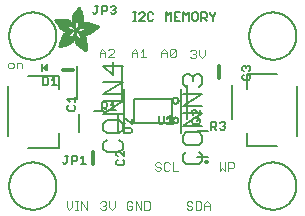
<source format=gbr>
G04 EAGLE Gerber RS-274X export*
G75*
%MOMM*%
%FSLAX34Y34*%
%LPD*%
%INSilkscreen Top*%
%IPPOS*%
%AMOC8*
5,1,8,0,0,1.08239X$1,22.5*%
G01*
%ADD10C,0.101600*%
%ADD11C,0.127000*%
%ADD12C,0.304800*%
%ADD13C,0.152400*%
%ADD14C,0.203200*%
%ADD15R,0.127000X0.762000*%
%ADD16R,0.050800X0.006300*%
%ADD17R,0.082600X0.006400*%
%ADD18R,0.120600X0.006300*%
%ADD19R,0.139700X0.006400*%
%ADD20R,0.158800X0.006300*%
%ADD21R,0.177800X0.006400*%
%ADD22R,0.196800X0.006300*%
%ADD23R,0.215900X0.006400*%
%ADD24R,0.228600X0.006300*%
%ADD25R,0.241300X0.006400*%
%ADD26R,0.254000X0.006300*%
%ADD27R,0.266700X0.006400*%
%ADD28R,0.279400X0.006300*%
%ADD29R,0.285700X0.006400*%
%ADD30R,0.298400X0.006300*%
%ADD31R,0.311200X0.006400*%
%ADD32R,0.317500X0.006300*%
%ADD33R,0.330200X0.006400*%
%ADD34R,0.336600X0.006300*%
%ADD35R,0.349200X0.006400*%
%ADD36R,0.361900X0.006300*%
%ADD37R,0.368300X0.006400*%
%ADD38R,0.381000X0.006300*%
%ADD39R,0.387300X0.006400*%
%ADD40R,0.393700X0.006300*%
%ADD41R,0.406400X0.006400*%
%ADD42R,0.412700X0.006300*%
%ADD43R,0.419100X0.006400*%
%ADD44R,0.431800X0.006300*%
%ADD45R,0.438100X0.006400*%
%ADD46R,0.450800X0.006300*%
%ADD47R,0.457200X0.006400*%
%ADD48R,0.463500X0.006300*%
%ADD49R,0.476200X0.006400*%
%ADD50R,0.482600X0.006300*%
%ADD51R,0.488900X0.006400*%
%ADD52R,0.501600X0.006300*%
%ADD53R,0.508000X0.006400*%
%ADD54R,0.514300X0.006300*%
%ADD55R,0.527000X0.006400*%
%ADD56R,0.533400X0.006300*%
%ADD57R,0.546100X0.006400*%
%ADD58R,0.552400X0.006300*%
%ADD59R,0.558800X0.006400*%
%ADD60R,0.571500X0.006300*%
%ADD61R,0.577800X0.006400*%
%ADD62R,0.584200X0.006300*%
%ADD63R,0.596900X0.006400*%
%ADD64R,0.603200X0.006300*%
%ADD65R,0.609600X0.006400*%
%ADD66R,0.622300X0.006300*%
%ADD67R,0.628600X0.006400*%
%ADD68R,0.641300X0.006300*%
%ADD69R,0.647700X0.006400*%
%ADD70R,0.063500X0.006300*%
%ADD71R,0.654000X0.006300*%
%ADD72R,0.101600X0.006400*%
%ADD73R,0.666700X0.006400*%
%ADD74R,0.139700X0.006300*%
%ADD75R,0.673100X0.006300*%
%ADD76R,0.165100X0.006400*%
%ADD77R,0.679400X0.006400*%
%ADD78R,0.196900X0.006300*%
%ADD79R,0.692100X0.006300*%
%ADD80R,0.222200X0.006400*%
%ADD81R,0.698500X0.006400*%
%ADD82R,0.247700X0.006300*%
%ADD83R,0.704800X0.006300*%
%ADD84R,0.279400X0.006400*%
%ADD85R,0.717500X0.006400*%
%ADD86R,0.298500X0.006300*%
%ADD87R,0.723900X0.006300*%
%ADD88R,0.736600X0.006400*%
%ADD89R,0.342900X0.006300*%
%ADD90R,0.742900X0.006300*%
%ADD91R,0.374700X0.006400*%
%ADD92R,0.749300X0.006400*%
%ADD93R,0.762000X0.006300*%
%ADD94R,0.412700X0.006400*%
%ADD95R,0.768300X0.006400*%
%ADD96R,0.438100X0.006300*%
%ADD97R,0.774700X0.006300*%
%ADD98R,0.463600X0.006400*%
%ADD99R,0.787400X0.006400*%
%ADD100R,0.793700X0.006300*%
%ADD101R,0.495300X0.006400*%
%ADD102R,0.800100X0.006400*%
%ADD103R,0.520700X0.006300*%
%ADD104R,0.812800X0.006300*%
%ADD105R,0.533400X0.006400*%
%ADD106R,0.819100X0.006400*%
%ADD107R,0.558800X0.006300*%
%ADD108R,0.825500X0.006300*%
%ADD109R,0.577900X0.006400*%
%ADD110R,0.831800X0.006400*%
%ADD111R,0.596900X0.006300*%
%ADD112R,0.844500X0.006300*%
%ADD113R,0.616000X0.006400*%
%ADD114R,0.850900X0.006400*%
%ADD115R,0.635000X0.006300*%
%ADD116R,0.857200X0.006300*%
%ADD117R,0.654100X0.006400*%
%ADD118R,0.863600X0.006400*%
%ADD119R,0.666700X0.006300*%
%ADD120R,0.869900X0.006300*%
%ADD121R,0.685800X0.006400*%
%ADD122R,0.876300X0.006400*%
%ADD123R,0.882600X0.006300*%
%ADD124R,0.723900X0.006400*%
%ADD125R,0.889000X0.006400*%
%ADD126R,0.895300X0.006300*%
%ADD127R,0.755700X0.006400*%
%ADD128R,0.901700X0.006400*%
%ADD129R,0.908000X0.006300*%
%ADD130R,0.793800X0.006400*%
%ADD131R,0.914400X0.006400*%
%ADD132R,0.806400X0.006300*%
%ADD133R,0.920700X0.006300*%
%ADD134R,0.825500X0.006400*%
%ADD135R,0.927100X0.006400*%
%ADD136R,0.933400X0.006300*%
%ADD137R,0.857300X0.006400*%
%ADD138R,0.939800X0.006400*%
%ADD139R,0.870000X0.006300*%
%ADD140R,0.939800X0.006300*%
%ADD141R,0.946100X0.006400*%
%ADD142R,0.952500X0.006300*%
%ADD143R,0.908000X0.006400*%
%ADD144R,0.958800X0.006400*%
%ADD145R,0.965200X0.006300*%
%ADD146R,0.965200X0.006400*%
%ADD147R,0.971500X0.006300*%
%ADD148R,0.952500X0.006400*%
%ADD149R,0.977900X0.006400*%
%ADD150R,0.958800X0.006300*%
%ADD151R,0.984200X0.006300*%
%ADD152R,0.971500X0.006400*%
%ADD153R,0.984200X0.006400*%
%ADD154R,0.990600X0.006300*%
%ADD155R,0.984300X0.006400*%
%ADD156R,0.996900X0.006400*%
%ADD157R,0.997000X0.006300*%
%ADD158R,0.996900X0.006300*%
%ADD159R,1.003300X0.006400*%
%ADD160R,1.016000X0.006300*%
%ADD161R,1.009600X0.006300*%
%ADD162R,1.016000X0.006400*%
%ADD163R,1.009600X0.006400*%
%ADD164R,1.022300X0.006300*%
%ADD165R,1.028700X0.006400*%
%ADD166R,1.035100X0.006300*%
%ADD167R,1.047800X0.006400*%
%ADD168R,1.054100X0.006300*%
%ADD169R,1.028700X0.006300*%
%ADD170R,1.054100X0.006400*%
%ADD171R,1.035000X0.006400*%
%ADD172R,1.060400X0.006300*%
%ADD173R,1.035000X0.006300*%
%ADD174R,1.060500X0.006400*%
%ADD175R,1.041400X0.006400*%
%ADD176R,1.066800X0.006300*%
%ADD177R,1.041400X0.006300*%
%ADD178R,1.079500X0.006400*%
%ADD179R,1.047700X0.006400*%
%ADD180R,1.085900X0.006300*%
%ADD181R,1.047700X0.006300*%
%ADD182R,1.085800X0.006400*%
%ADD183R,1.092200X0.006300*%
%ADD184R,1.085900X0.006400*%
%ADD185R,1.098600X0.006300*%
%ADD186R,1.098600X0.006400*%
%ADD187R,1.060400X0.006400*%
%ADD188R,1.104900X0.006300*%
%ADD189R,1.104900X0.006400*%
%ADD190R,1.066800X0.006400*%
%ADD191R,1.111200X0.006300*%
%ADD192R,1.117600X0.006400*%
%ADD193R,1.117600X0.006300*%
%ADD194R,1.073100X0.006300*%
%ADD195R,1.073100X0.006400*%
%ADD196R,1.124000X0.006300*%
%ADD197R,1.079500X0.006300*%
%ADD198R,1.123900X0.006400*%
%ADD199R,1.130300X0.006300*%
%ADD200R,1.130300X0.006400*%
%ADD201R,1.136700X0.006400*%
%ADD202R,1.136700X0.006300*%
%ADD203R,1.085800X0.006300*%
%ADD204R,1.136600X0.006400*%
%ADD205R,1.136600X0.006300*%
%ADD206R,1.143000X0.006400*%
%ADD207R,1.143000X0.006300*%
%ADD208R,1.149400X0.006300*%
%ADD209R,1.149300X0.006300*%
%ADD210R,1.149300X0.006400*%
%ADD211R,1.149400X0.006400*%
%ADD212R,1.155700X0.006400*%
%ADD213R,1.155700X0.006300*%
%ADD214R,1.060500X0.006300*%
%ADD215R,2.197100X0.006400*%
%ADD216R,2.197100X0.006300*%
%ADD217R,2.184400X0.006300*%
%ADD218R,2.184400X0.006400*%
%ADD219R,2.171700X0.006400*%
%ADD220R,2.171700X0.006300*%
%ADD221R,1.530300X0.006400*%
%ADD222R,1.505000X0.006300*%
%ADD223R,1.492300X0.006400*%
%ADD224R,1.485900X0.006300*%
%ADD225R,0.565200X0.006300*%
%ADD226R,1.473200X0.006400*%
%ADD227R,0.565200X0.006400*%
%ADD228R,1.460500X0.006300*%
%ADD229R,1.454100X0.006400*%
%ADD230R,0.552400X0.006400*%
%ADD231R,1.441500X0.006300*%
%ADD232R,0.546100X0.006300*%
%ADD233R,1.435100X0.006400*%
%ADD234R,0.539800X0.006400*%
%ADD235R,1.428800X0.006300*%
%ADD236R,1.422400X0.006400*%
%ADD237R,1.409700X0.006300*%
%ADD238R,0.527100X0.006300*%
%ADD239R,1.403300X0.006400*%
%ADD240R,0.527100X0.006400*%
%ADD241R,1.390700X0.006300*%
%ADD242R,1.384300X0.006400*%
%ADD243R,0.520700X0.006400*%
%ADD244R,1.384300X0.006300*%
%ADD245R,0.514400X0.006300*%
%ADD246R,1.371600X0.006400*%
%ADD247R,1.365200X0.006300*%
%ADD248R,0.508000X0.006300*%
%ADD249R,1.352600X0.006400*%
%ADD250R,0.501700X0.006400*%
%ADD251R,0.711200X0.006300*%
%ADD252R,0.603300X0.006300*%
%ADD253R,0.501700X0.006300*%
%ADD254R,0.692100X0.006400*%
%ADD255R,0.571500X0.006400*%
%ADD256R,0.679400X0.006300*%
%ADD257R,0.495300X0.006300*%
%ADD258R,0.673100X0.006400*%
%ADD259R,0.666800X0.006300*%
%ADD260R,0.488900X0.006300*%
%ADD261R,0.660400X0.006400*%
%ADD262R,0.482600X0.006400*%
%ADD263R,0.476200X0.006300*%
%ADD264R,0.654000X0.006400*%
%ADD265R,0.469900X0.006400*%
%ADD266R,0.476300X0.006400*%
%ADD267R,0.647700X0.006300*%
%ADD268R,0.457200X0.006300*%
%ADD269R,0.469900X0.006300*%
%ADD270R,0.641300X0.006400*%
%ADD271R,0.444500X0.006400*%
%ADD272R,0.463600X0.006300*%
%ADD273R,0.635000X0.006400*%
%ADD274R,0.463500X0.006400*%
%ADD275R,0.393700X0.006400*%
%ADD276R,0.450800X0.006400*%
%ADD277R,0.628600X0.006300*%
%ADD278R,0.387400X0.006300*%
%ADD279R,0.450900X0.006300*%
%ADD280R,0.628700X0.006400*%
%ADD281R,0.374600X0.006400*%
%ADD282R,0.368300X0.006300*%
%ADD283R,0.438200X0.006300*%
%ADD284R,0.622300X0.006400*%
%ADD285R,0.355600X0.006400*%
%ADD286R,0.431800X0.006400*%
%ADD287R,0.349300X0.006300*%
%ADD288R,0.425400X0.006300*%
%ADD289R,0.615900X0.006300*%
%ADD290R,0.330200X0.006300*%
%ADD291R,0.419100X0.006300*%
%ADD292R,0.616000X0.006300*%
%ADD293R,0.311200X0.006300*%
%ADD294R,0.406400X0.006300*%
%ADD295R,0.615900X0.006400*%
%ADD296R,0.304800X0.006400*%
%ADD297R,0.158800X0.006400*%
%ADD298R,0.609600X0.006300*%
%ADD299R,0.292100X0.006300*%
%ADD300R,0.235000X0.006300*%
%ADD301R,0.387400X0.006400*%
%ADD302R,0.292100X0.006400*%
%ADD303R,0.336500X0.006300*%
%ADD304R,0.260400X0.006300*%
%ADD305R,0.603300X0.006400*%
%ADD306R,0.260400X0.006400*%
%ADD307R,0.362000X0.006400*%
%ADD308R,0.450900X0.006400*%
%ADD309R,0.355600X0.006300*%
%ADD310R,0.342900X0.006400*%
%ADD311R,0.514300X0.006400*%
%ADD312R,0.234900X0.006300*%
%ADD313R,0.539700X0.006300*%
%ADD314R,0.603200X0.006400*%
%ADD315R,0.234900X0.006400*%
%ADD316R,0.920700X0.006400*%
%ADD317R,0.958900X0.006400*%
%ADD318R,0.215900X0.006300*%
%ADD319R,0.209600X0.006400*%
%ADD320R,0.203200X0.006300*%
%ADD321R,1.003300X0.006300*%
%ADD322R,0.203200X0.006400*%
%ADD323R,0.196900X0.006400*%
%ADD324R,0.190500X0.006300*%
%ADD325R,0.190500X0.006400*%
%ADD326R,0.184200X0.006300*%
%ADD327R,0.590500X0.006400*%
%ADD328R,0.184200X0.006400*%
%ADD329R,0.590500X0.006300*%
%ADD330R,0.177800X0.006300*%
%ADD331R,0.584200X0.006400*%
%ADD332R,1.168400X0.006400*%
%ADD333R,0.171500X0.006300*%
%ADD334R,1.187500X0.006300*%
%ADD335R,1.200100X0.006400*%
%ADD336R,0.577800X0.006300*%
%ADD337R,1.212900X0.006300*%
%ADD338R,1.231900X0.006400*%
%ADD339R,1.250900X0.006300*%
%ADD340R,0.565100X0.006400*%
%ADD341R,0.184100X0.006400*%
%ADD342R,1.263700X0.006400*%
%ADD343R,0.565100X0.006300*%
%ADD344R,1.289100X0.006300*%
%ADD345R,1.314400X0.006400*%
%ADD346R,0.552500X0.006300*%
%ADD347R,1.568500X0.006300*%
%ADD348R,0.552500X0.006400*%
%ADD349R,1.581200X0.006400*%
%ADD350R,1.593800X0.006300*%
%ADD351R,1.606500X0.006400*%
%ADD352R,1.619300X0.006300*%
%ADD353R,0.514400X0.006400*%
%ADD354R,1.638300X0.006400*%
%ADD355R,1.657300X0.006300*%
%ADD356R,2.209800X0.006400*%
%ADD357R,2.425700X0.006300*%
%ADD358R,2.470100X0.006400*%
%ADD359R,2.501900X0.006300*%
%ADD360R,2.533700X0.006400*%
%ADD361R,2.559000X0.006300*%
%ADD362R,2.584500X0.006400*%
%ADD363R,2.609900X0.006300*%
%ADD364R,2.628900X0.006400*%
%ADD365R,2.660600X0.006300*%
%ADD366R,2.673400X0.006400*%
%ADD367R,1.422400X0.006300*%
%ADD368R,1.200200X0.006300*%
%ADD369R,1.365300X0.006300*%
%ADD370R,1.365300X0.006400*%
%ADD371R,1.352500X0.006300*%
%ADD372R,1.098500X0.006300*%
%ADD373R,1.358900X0.006400*%
%ADD374R,1.352600X0.006300*%
%ADD375R,1.358900X0.006300*%
%ADD376R,1.371600X0.006300*%
%ADD377R,1.377900X0.006400*%
%ADD378R,1.397000X0.006400*%
%ADD379R,1.403300X0.006300*%
%ADD380R,0.914400X0.006300*%
%ADD381R,0.876300X0.006300*%
%ADD382R,0.374600X0.006300*%
%ADD383R,1.073200X0.006400*%
%ADD384R,0.374700X0.006300*%
%ADD385R,0.844600X0.006400*%
%ADD386R,0.844600X0.006300*%
%ADD387R,0.831900X0.006400*%
%ADD388R,1.092200X0.006400*%
%ADD389R,0.400000X0.006300*%
%ADD390R,0.819200X0.006400*%
%ADD391R,1.111300X0.006400*%
%ADD392R,0.812800X0.006400*%
%ADD393R,0.800100X0.006300*%
%ADD394R,0.476300X0.006300*%
%ADD395R,1.181100X0.006300*%
%ADD396R,0.501600X0.006400*%
%ADD397R,1.193800X0.006400*%
%ADD398R,0.781000X0.006400*%
%ADD399R,1.238200X0.006400*%
%ADD400R,0.781100X0.006300*%
%ADD401R,1.257300X0.006300*%
%ADD402R,1.295400X0.006400*%
%ADD403R,1.333500X0.006300*%
%ADD404R,0.774700X0.006400*%
%ADD405R,1.866900X0.006400*%
%ADD406R,0.209600X0.006300*%
%ADD407R,1.866900X0.006300*%
%ADD408R,0.768400X0.006400*%
%ADD409R,0.209500X0.006400*%
%ADD410R,1.860600X0.006400*%
%ADD411R,0.762000X0.006400*%
%ADD412R,0.768400X0.006300*%
%ADD413R,1.860600X0.006300*%
%ADD414R,1.860500X0.006400*%
%ADD415R,0.222300X0.006300*%
%ADD416R,1.854200X0.006300*%
%ADD417R,0.235000X0.006400*%
%ADD418R,1.854200X0.006400*%
%ADD419R,0.768300X0.006300*%
%ADD420R,0.260300X0.006400*%
%ADD421R,1.847800X0.006400*%
%ADD422R,0.266700X0.006300*%
%ADD423R,1.847800X0.006300*%
%ADD424R,0.273100X0.006400*%
%ADD425R,1.841500X0.006400*%
%ADD426R,0.285800X0.006300*%
%ADD427R,1.841500X0.006300*%
%ADD428R,0.298500X0.006400*%
%ADD429R,1.835100X0.006400*%
%ADD430R,0.781000X0.006300*%
%ADD431R,0.304800X0.006300*%
%ADD432R,1.835100X0.006300*%
%ADD433R,0.317500X0.006400*%
%ADD434R,1.828800X0.006400*%
%ADD435R,0.787400X0.006300*%
%ADD436R,0.323800X0.006300*%
%ADD437R,1.828800X0.006300*%
%ADD438R,0.793700X0.006400*%
%ADD439R,1.822400X0.006400*%
%ADD440R,0.806500X0.006300*%
%ADD441R,1.822400X0.006300*%
%ADD442R,1.816100X0.006400*%
%ADD443R,0.819100X0.006300*%
%ADD444R,0.387300X0.006300*%
%ADD445R,1.816100X0.006300*%
%ADD446R,1.809800X0.006400*%
%ADD447R,1.803400X0.006300*%
%ADD448R,1.797000X0.006400*%
%ADD449R,0.901700X0.006300*%
%ADD450R,1.797000X0.006300*%
%ADD451R,1.441400X0.006400*%
%ADD452R,1.790700X0.006400*%
%ADD453R,1.447800X0.006300*%
%ADD454R,1.784300X0.006300*%
%ADD455R,1.447800X0.006400*%
%ADD456R,1.784300X0.006400*%
%ADD457R,1.454100X0.006300*%
%ADD458R,1.771700X0.006300*%
%ADD459R,1.460500X0.006400*%
%ADD460R,1.759000X0.006400*%
%ADD461R,1.466800X0.006300*%
%ADD462R,1.752600X0.006300*%
%ADD463R,1.466800X0.006400*%
%ADD464R,1.739900X0.006400*%
%ADD465R,1.473200X0.006300*%
%ADD466R,1.727200X0.006300*%
%ADD467R,1.479500X0.006400*%
%ADD468R,1.714500X0.006400*%
%ADD469R,1.695400X0.006300*%
%ADD470R,1.485900X0.006400*%
%ADD471R,1.682700X0.006400*%
%ADD472R,1.492200X0.006300*%
%ADD473R,1.663700X0.006300*%
%ADD474R,1.498600X0.006400*%
%ADD475R,1.644600X0.006400*%
%ADD476R,1.498600X0.006300*%
%ADD477R,1.619200X0.006300*%
%ADD478R,1.511300X0.006400*%
%ADD479R,1.600200X0.006400*%
%ADD480R,1.517700X0.006300*%
%ADD481R,1.574800X0.006300*%
%ADD482R,1.524000X0.006400*%
%ADD483R,1.555800X0.006400*%
%ADD484R,1.524000X0.006300*%
%ADD485R,1.536700X0.006300*%
%ADD486R,1.530400X0.006400*%
%ADD487R,1.517700X0.006400*%
%ADD488R,1.492300X0.006300*%
%ADD489R,1.549400X0.006400*%
%ADD490R,1.479600X0.006400*%
%ADD491R,1.549400X0.006300*%
%ADD492R,1.555700X0.006400*%
%ADD493R,1.562100X0.006300*%
%ADD494R,0.323900X0.006300*%
%ADD495R,1.568400X0.006400*%
%ADD496R,0.336600X0.006400*%
%ADD497R,1.587500X0.006300*%
%ADD498R,0.971600X0.006300*%
%ADD499R,0.349300X0.006400*%
%ADD500R,1.600200X0.006300*%
%ADD501R,0.920800X0.006300*%
%ADD502R,0.882700X0.006400*%
%ADD503R,1.612900X0.006300*%
%ADD504R,0.362000X0.006300*%
%ADD505R,1.625600X0.006400*%
%ADD506R,1.625600X0.006300*%
%ADD507R,1.644600X0.006300*%
%ADD508R,0.736600X0.006300*%
%ADD509R,0.717600X0.006400*%
%ADD510R,1.657400X0.006300*%
%ADD511R,0.679500X0.006300*%
%ADD512R,1.663700X0.006400*%
%ADD513R,0.400000X0.006400*%
%ADD514R,1.676400X0.006300*%
%ADD515R,1.676400X0.006400*%
%ADD516R,0.425500X0.006400*%
%ADD517R,1.352500X0.006400*%
%ADD518R,0.444500X0.006300*%
%ADD519R,0.361900X0.006400*%
%ADD520R,0.088900X0.006300*%
%ADD521R,1.009700X0.006300*%
%ADD522R,1.009700X0.006400*%
%ADD523R,1.022300X0.006400*%
%ADD524R,1.346200X0.006400*%
%ADD525R,1.346200X0.006300*%
%ADD526R,1.339900X0.006400*%
%ADD527R,1.035100X0.006400*%
%ADD528R,1.339800X0.006300*%
%ADD529R,1.333500X0.006400*%
%ADD530R,1.327200X0.006400*%
%ADD531R,1.320800X0.006300*%
%ADD532R,1.314500X0.006400*%
%ADD533R,1.314400X0.006300*%
%ADD534R,1.301700X0.006400*%
%ADD535R,1.295400X0.006300*%
%ADD536R,1.289000X0.006400*%
%ADD537R,1.276300X0.006300*%
%ADD538R,1.251000X0.006300*%
%ADD539R,1.244600X0.006400*%
%ADD540R,1.231900X0.006300*%
%ADD541R,1.212800X0.006400*%
%ADD542R,1.200100X0.006300*%
%ADD543R,1.187400X0.006400*%
%ADD544R,1.168400X0.006300*%
%ADD545R,1.047800X0.006300*%
%ADD546R,0.977900X0.006300*%
%ADD547R,0.946200X0.006400*%
%ADD548R,0.933400X0.006400*%
%ADD549R,0.895300X0.006400*%
%ADD550R,0.882700X0.006300*%
%ADD551R,0.863600X0.006300*%
%ADD552R,0.857200X0.006400*%
%ADD553R,0.850900X0.006300*%
%ADD554R,0.838200X0.006300*%
%ADD555R,0.806500X0.006400*%
%ADD556R,0.717600X0.006300*%
%ADD557R,0.711200X0.006400*%
%ADD558R,0.641400X0.006400*%
%ADD559R,0.641400X0.006300*%
%ADD560R,0.628700X0.006300*%
%ADD561R,0.590600X0.006300*%
%ADD562R,0.539700X0.006400*%
%ADD563R,0.285700X0.006300*%
%ADD564R,0.222200X0.006300*%
%ADD565R,0.171400X0.006300*%
%ADD566R,0.152400X0.006400*%
%ADD567R,0.133400X0.006300*%

G36*
X-12182Y77348D02*
X-12182Y77348D01*
X-12153Y77345D01*
X-12061Y77365D01*
X-11968Y77378D01*
X-11941Y77391D01*
X-11912Y77397D01*
X-11832Y77445D01*
X-11748Y77487D01*
X-11727Y77508D01*
X-11701Y77523D01*
X-11640Y77595D01*
X-11574Y77661D01*
X-11561Y77687D01*
X-11541Y77710D01*
X-11506Y77797D01*
X-11464Y77881D01*
X-11460Y77911D01*
X-11449Y77938D01*
X-11431Y78105D01*
X-11431Y83185D01*
X-11436Y83214D01*
X-11433Y83244D01*
X-11455Y83335D01*
X-11471Y83428D01*
X-11484Y83454D01*
X-11491Y83483D01*
X-11542Y83562D01*
X-11586Y83645D01*
X-11607Y83666D01*
X-11623Y83691D01*
X-11696Y83750D01*
X-11764Y83815D01*
X-11791Y83827D01*
X-11814Y83846D01*
X-11902Y83879D01*
X-11987Y83918D01*
X-12017Y83921D01*
X-12044Y83932D01*
X-12138Y83935D01*
X-12231Y83945D01*
X-12261Y83939D01*
X-12290Y83940D01*
X-12380Y83913D01*
X-12472Y83893D01*
X-12497Y83878D01*
X-12526Y83869D01*
X-12668Y83779D01*
X-15843Y81239D01*
X-15912Y81162D01*
X-15985Y81089D01*
X-15994Y81072D01*
X-16007Y81057D01*
X-16049Y80961D01*
X-16095Y80869D01*
X-16097Y80849D01*
X-16105Y80831D01*
X-16114Y80728D01*
X-16128Y80625D01*
X-16124Y80606D01*
X-16126Y80586D01*
X-16101Y80485D01*
X-16082Y80383D01*
X-16072Y80366D01*
X-16068Y80347D01*
X-16012Y80260D01*
X-15961Y80169D01*
X-15944Y80152D01*
X-15936Y80139D01*
X-15911Y80119D01*
X-15843Y80051D01*
X-12668Y77511D01*
X-12642Y77496D01*
X-12620Y77476D01*
X-12535Y77436D01*
X-12453Y77390D01*
X-12424Y77384D01*
X-12397Y77372D01*
X-12304Y77362D01*
X-12212Y77344D01*
X-12182Y77348D01*
G37*
D10*
X4499Y-32633D02*
X4499Y-37378D01*
X6872Y-39751D01*
X9245Y-37378D01*
X9245Y-32633D01*
X11983Y-39751D02*
X14356Y-39751D01*
X13170Y-39751D02*
X13170Y-32633D01*
X14356Y-32633D02*
X11983Y-32633D01*
X16973Y-32633D02*
X16973Y-39751D01*
X21718Y-39751D02*
X16973Y-32633D01*
X21718Y-32633D02*
X21718Y-39751D01*
X33029Y-33819D02*
X34215Y-32633D01*
X36588Y-32633D01*
X37774Y-33819D01*
X37774Y-35006D01*
X36588Y-36192D01*
X35402Y-36192D01*
X36588Y-36192D02*
X37774Y-37378D01*
X37774Y-38565D01*
X36588Y-39751D01*
X34215Y-39751D01*
X33029Y-38565D01*
X40513Y-37378D02*
X40513Y-32633D01*
X40513Y-37378D02*
X42886Y-39751D01*
X45258Y-37378D01*
X45258Y-32633D01*
X58881Y-32633D02*
X60067Y-33819D01*
X58881Y-32633D02*
X56508Y-32633D01*
X55322Y-33819D01*
X55322Y-38565D01*
X56508Y-39751D01*
X58881Y-39751D01*
X60067Y-38565D01*
X60067Y-36192D01*
X57694Y-36192D01*
X62806Y-39751D02*
X62806Y-32633D01*
X67551Y-39751D01*
X67551Y-32633D01*
X70290Y-32633D02*
X70290Y-39751D01*
X73849Y-39751D01*
X75035Y-38565D01*
X75035Y-33819D01*
X73849Y-32633D01*
X70290Y-32633D01*
X84197Y-799D02*
X83011Y387D01*
X80638Y387D01*
X79452Y-799D01*
X79452Y-1986D01*
X80638Y-3172D01*
X83011Y-3172D01*
X84197Y-4358D01*
X84197Y-5545D01*
X83011Y-6731D01*
X80638Y-6731D01*
X79452Y-5545D01*
X90495Y387D02*
X91681Y-799D01*
X90495Y387D02*
X88122Y387D01*
X86936Y-799D01*
X86936Y-5545D01*
X88122Y-6731D01*
X90495Y-6731D01*
X91681Y-5545D01*
X94420Y-6731D02*
X94420Y387D01*
X94420Y-6731D02*
X99165Y-6731D01*
X109681Y-32633D02*
X110867Y-33819D01*
X109681Y-32633D02*
X107308Y-32633D01*
X106122Y-33819D01*
X106122Y-35006D01*
X107308Y-36192D01*
X109681Y-36192D01*
X110867Y-37378D01*
X110867Y-38565D01*
X109681Y-39751D01*
X107308Y-39751D01*
X106122Y-38565D01*
X113606Y-39751D02*
X113606Y-32633D01*
X113606Y-39751D02*
X117165Y-39751D01*
X118351Y-38565D01*
X118351Y-33819D01*
X117165Y-32633D01*
X113606Y-32633D01*
X121090Y-35006D02*
X121090Y-39751D01*
X121090Y-35006D02*
X123463Y-32633D01*
X125835Y-35006D01*
X125835Y-39751D01*
X125835Y-36192D02*
X121090Y-36192D01*
X133994Y-6731D02*
X133994Y387D01*
X136367Y-4358D02*
X133994Y-6731D01*
X136367Y-4358D02*
X138739Y-6731D01*
X138739Y387D01*
X141478Y387D02*
X141478Y-6731D01*
X141478Y387D02*
X145037Y387D01*
X146223Y-799D01*
X146223Y-3172D01*
X145037Y-4358D01*
X141478Y-4358D01*
D11*
X63270Y120396D02*
X60982Y120396D01*
X62126Y120396D02*
X62126Y127260D01*
X60982Y127260D02*
X63270Y127260D01*
X65971Y120396D02*
X70547Y120396D01*
X65971Y120396D02*
X70547Y124972D01*
X70547Y126116D01*
X69403Y127260D01*
X67115Y127260D01*
X65971Y126116D01*
X76887Y127260D02*
X78031Y126116D01*
X76887Y127260D02*
X74599Y127260D01*
X73455Y126116D01*
X73455Y121540D01*
X74599Y120396D01*
X76887Y120396D01*
X78031Y121540D01*
X88424Y120396D02*
X88424Y127260D01*
X90711Y124972D01*
X92999Y127260D01*
X92999Y120396D01*
X95908Y127260D02*
X100484Y127260D01*
X95908Y127260D02*
X95908Y120396D01*
X100484Y120396D01*
X98196Y123828D02*
X95908Y123828D01*
X103392Y120396D02*
X103392Y127260D01*
X105680Y124972D01*
X107968Y127260D01*
X107968Y120396D01*
X112020Y127260D02*
X114308Y127260D01*
X112020Y127260D02*
X110876Y126116D01*
X110876Y121540D01*
X112020Y120396D01*
X114308Y120396D01*
X115452Y121540D01*
X115452Y126116D01*
X114308Y127260D01*
X118360Y127260D02*
X118360Y120396D01*
X118360Y127260D02*
X121792Y127260D01*
X122936Y126116D01*
X122936Y123828D01*
X121792Y122684D01*
X118360Y122684D01*
X120648Y122684D02*
X122936Y120396D01*
X125844Y126116D02*
X125844Y127260D01*
X125844Y126116D02*
X128132Y123828D01*
X130420Y126116D01*
X130420Y127260D01*
X128132Y123828D02*
X128132Y120396D01*
D10*
X-41653Y79883D02*
X-44026Y79883D01*
X-41653Y79883D02*
X-40467Y81069D01*
X-40467Y83442D01*
X-41653Y84628D01*
X-44026Y84628D01*
X-45212Y83442D01*
X-45212Y81069D01*
X-44026Y79883D01*
X-37728Y79883D02*
X-37728Y84628D01*
X-34169Y84628D01*
X-32982Y83442D01*
X-32982Y79883D01*
X109229Y94451D02*
X110415Y95637D01*
X112788Y95637D01*
X113974Y94451D01*
X113974Y93264D01*
X112788Y92078D01*
X111602Y92078D01*
X112788Y92078D02*
X113974Y90892D01*
X113974Y89705D01*
X112788Y88519D01*
X110415Y88519D01*
X109229Y89705D01*
X116713Y90892D02*
X116713Y95637D01*
X116713Y90892D02*
X119086Y88519D01*
X121458Y90892D01*
X121458Y95637D01*
X84464Y93899D02*
X84464Y89154D01*
X84464Y93899D02*
X86837Y96272D01*
X89209Y93899D01*
X89209Y89154D01*
X89209Y92713D02*
X84464Y92713D01*
X91948Y90340D02*
X91948Y95086D01*
X93134Y96272D01*
X95507Y96272D01*
X96693Y95086D01*
X96693Y90340D01*
X95507Y89154D01*
X93134Y89154D01*
X91948Y90340D01*
X96693Y95086D01*
X59699Y93899D02*
X59699Y89154D01*
X59699Y93899D02*
X62072Y96272D01*
X64444Y93899D01*
X64444Y89154D01*
X64444Y92713D02*
X59699Y92713D01*
X67183Y93899D02*
X69556Y96272D01*
X69556Y89154D01*
X71928Y89154D02*
X67183Y89154D01*
X32394Y89154D02*
X32394Y93899D01*
X34767Y96272D01*
X37139Y93899D01*
X37139Y89154D01*
X37139Y92713D02*
X32394Y92713D01*
X39878Y89154D02*
X44623Y89154D01*
X39878Y89154D02*
X44623Y93899D01*
X44623Y95086D01*
X43437Y96272D01*
X41064Y96272D01*
X39878Y95086D01*
D12*
X26670Y9525D02*
X26670Y-635D01*
D13*
X46476Y1164D02*
X47578Y2265D01*
X46476Y1164D02*
X46476Y-1040D01*
X47578Y-2141D01*
X51984Y-2141D01*
X53086Y-1040D01*
X53086Y1164D01*
X51984Y2265D01*
X53086Y5343D02*
X53086Y9749D01*
X53086Y5343D02*
X48680Y9749D01*
X47578Y9749D01*
X46476Y8648D01*
X46476Y6444D01*
X47578Y5343D01*
D14*
X15250Y25655D02*
X15250Y41655D01*
X48250Y41655D02*
X48250Y25655D01*
X35750Y44155D02*
X27750Y44155D01*
D13*
X52826Y25069D02*
X58334Y25069D01*
X59436Y26170D01*
X59436Y28374D01*
X58334Y29475D01*
X52826Y29475D01*
X59436Y32553D02*
X59436Y36959D01*
X59436Y32553D02*
X55030Y36959D01*
X53928Y36959D01*
X52826Y35858D01*
X52826Y33654D01*
X53928Y32553D01*
D12*
X133350Y71755D02*
X133350Y81915D01*
D13*
X153156Y73554D02*
X154258Y74655D01*
X153156Y73554D02*
X153156Y71350D01*
X154258Y70249D01*
X158664Y70249D01*
X159766Y71350D01*
X159766Y73554D01*
X158664Y74655D01*
X154258Y77733D02*
X153156Y78834D01*
X153156Y81038D01*
X154258Y82139D01*
X155360Y82139D01*
X156461Y81038D01*
X156461Y79936D01*
X156461Y81038D02*
X157563Y82139D01*
X158664Y82139D01*
X159766Y81038D01*
X159766Y78834D01*
X158664Y77733D01*
D14*
X106095Y65435D02*
X106095Y37435D01*
X144095Y37435D02*
X144095Y65435D01*
D13*
X126889Y34679D02*
X126889Y28069D01*
X126889Y34679D02*
X130194Y34679D01*
X131295Y33577D01*
X131295Y31374D01*
X130194Y30272D01*
X126889Y30272D01*
X129092Y30272D02*
X131295Y28069D01*
X134373Y33577D02*
X135474Y34679D01*
X137678Y34679D01*
X138779Y33577D01*
X138779Y32475D01*
X137678Y31374D01*
X136576Y31374D01*
X137678Y31374D02*
X138779Y30272D01*
X138779Y29171D01*
X137678Y28069D01*
X135474Y28069D01*
X134373Y29171D01*
D14*
X123880Y4875D02*
X114880Y4875D01*
X114880Y26875D02*
X123880Y26875D01*
X121880Y875D02*
X121882Y938D01*
X121888Y1000D01*
X121898Y1062D01*
X121911Y1124D01*
X121929Y1184D01*
X121950Y1243D01*
X121975Y1301D01*
X122004Y1357D01*
X122036Y1411D01*
X122071Y1463D01*
X122109Y1512D01*
X122151Y1560D01*
X122195Y1604D01*
X122243Y1646D01*
X122292Y1684D01*
X122344Y1719D01*
X122398Y1751D01*
X122454Y1780D01*
X122512Y1805D01*
X122571Y1826D01*
X122631Y1844D01*
X122693Y1857D01*
X122755Y1867D01*
X122817Y1873D01*
X122880Y1875D01*
X122943Y1873D01*
X123005Y1867D01*
X123067Y1857D01*
X123129Y1844D01*
X123189Y1826D01*
X123248Y1805D01*
X123306Y1780D01*
X123362Y1751D01*
X123416Y1719D01*
X123468Y1684D01*
X123517Y1646D01*
X123565Y1604D01*
X123609Y1560D01*
X123651Y1512D01*
X123689Y1463D01*
X123724Y1411D01*
X123756Y1357D01*
X123785Y1301D01*
X123810Y1243D01*
X123831Y1184D01*
X123849Y1124D01*
X123862Y1062D01*
X123872Y1000D01*
X123878Y938D01*
X123880Y875D01*
X123878Y812D01*
X123872Y750D01*
X123862Y688D01*
X123849Y626D01*
X123831Y566D01*
X123810Y507D01*
X123785Y449D01*
X123756Y393D01*
X123724Y339D01*
X123689Y287D01*
X123651Y238D01*
X123609Y190D01*
X123565Y146D01*
X123517Y104D01*
X123468Y66D01*
X123416Y31D01*
X123362Y-1D01*
X123306Y-30D01*
X123248Y-55D01*
X123189Y-76D01*
X123129Y-94D01*
X123067Y-107D01*
X123005Y-117D01*
X122943Y-123D01*
X122880Y-125D01*
X122817Y-123D01*
X122755Y-117D01*
X122693Y-107D01*
X122631Y-94D01*
X122571Y-76D01*
X122512Y-55D01*
X122454Y-30D01*
X122398Y-1D01*
X122344Y31D01*
X122292Y66D01*
X122243Y104D01*
X122195Y146D01*
X122151Y190D01*
X122109Y238D01*
X122071Y287D01*
X122036Y339D01*
X122004Y393D01*
X121975Y449D01*
X121950Y507D01*
X121929Y566D01*
X121911Y626D01*
X121898Y688D01*
X121888Y750D01*
X121882Y812D01*
X121880Y875D01*
D13*
X116246Y33147D02*
X111840Y33147D01*
X110738Y34249D01*
X110738Y36452D01*
X111840Y37553D01*
X116246Y37553D01*
X117348Y36452D01*
X117348Y34249D01*
X116246Y33147D01*
X115145Y35350D02*
X117348Y37553D01*
X117348Y40631D02*
X117348Y45038D01*
X112942Y45038D02*
X117348Y40631D01*
X112942Y45038D02*
X111840Y45038D01*
X110738Y43936D01*
X110738Y41733D01*
X111840Y40631D01*
X2372Y-635D02*
X1270Y467D01*
X2372Y-635D02*
X3473Y-635D01*
X4575Y467D01*
X4575Y5975D01*
X5676Y5975D02*
X3473Y5975D01*
X8754Y5975D02*
X8754Y-635D01*
X8754Y5975D02*
X12059Y5975D01*
X13161Y4873D01*
X13161Y2670D01*
X12059Y1568D01*
X8754Y1568D01*
X16238Y3771D02*
X18442Y5975D01*
X18442Y-635D01*
X20645Y-635D02*
X16238Y-635D01*
D14*
X-44130Y107315D02*
X-44124Y107806D01*
X-44106Y108296D01*
X-44076Y108786D01*
X-44034Y109275D01*
X-43980Y109763D01*
X-43914Y110250D01*
X-43836Y110734D01*
X-43746Y111217D01*
X-43644Y111697D01*
X-43531Y112175D01*
X-43406Y112649D01*
X-43269Y113121D01*
X-43121Y113589D01*
X-42961Y114053D01*
X-42790Y114513D01*
X-42608Y114969D01*
X-42414Y115420D01*
X-42210Y115866D01*
X-41994Y116307D01*
X-41768Y116743D01*
X-41532Y117173D01*
X-41285Y117597D01*
X-41027Y118015D01*
X-40759Y118426D01*
X-40482Y118831D01*
X-40194Y119229D01*
X-39897Y119620D01*
X-39590Y120003D01*
X-39274Y120378D01*
X-38949Y120746D01*
X-38615Y121106D01*
X-38272Y121457D01*
X-37921Y121800D01*
X-37561Y122134D01*
X-37193Y122459D01*
X-36818Y122775D01*
X-36435Y123082D01*
X-36044Y123379D01*
X-35646Y123667D01*
X-35241Y123944D01*
X-34830Y124212D01*
X-34412Y124470D01*
X-33988Y124717D01*
X-33558Y124953D01*
X-33122Y125179D01*
X-32681Y125395D01*
X-32235Y125599D01*
X-31784Y125793D01*
X-31328Y125975D01*
X-30868Y126146D01*
X-30404Y126306D01*
X-29936Y126454D01*
X-29464Y126591D01*
X-28990Y126716D01*
X-28512Y126829D01*
X-28032Y126931D01*
X-27549Y127021D01*
X-27065Y127099D01*
X-26578Y127165D01*
X-26090Y127219D01*
X-25601Y127261D01*
X-25111Y127291D01*
X-24621Y127309D01*
X-24130Y127315D01*
X-23639Y127309D01*
X-23149Y127291D01*
X-22659Y127261D01*
X-22170Y127219D01*
X-21682Y127165D01*
X-21195Y127099D01*
X-20711Y127021D01*
X-20228Y126931D01*
X-19748Y126829D01*
X-19270Y126716D01*
X-18796Y126591D01*
X-18324Y126454D01*
X-17856Y126306D01*
X-17392Y126146D01*
X-16932Y125975D01*
X-16476Y125793D01*
X-16025Y125599D01*
X-15579Y125395D01*
X-15138Y125179D01*
X-14702Y124953D01*
X-14272Y124717D01*
X-13848Y124470D01*
X-13430Y124212D01*
X-13019Y123944D01*
X-12614Y123667D01*
X-12216Y123379D01*
X-11825Y123082D01*
X-11442Y122775D01*
X-11067Y122459D01*
X-10699Y122134D01*
X-10339Y121800D01*
X-9988Y121457D01*
X-9645Y121106D01*
X-9311Y120746D01*
X-8986Y120378D01*
X-8670Y120003D01*
X-8363Y119620D01*
X-8066Y119229D01*
X-7778Y118831D01*
X-7501Y118426D01*
X-7233Y118015D01*
X-6975Y117597D01*
X-6728Y117173D01*
X-6492Y116743D01*
X-6266Y116307D01*
X-6050Y115866D01*
X-5846Y115420D01*
X-5652Y114969D01*
X-5470Y114513D01*
X-5299Y114053D01*
X-5139Y113589D01*
X-4991Y113121D01*
X-4854Y112649D01*
X-4729Y112175D01*
X-4616Y111697D01*
X-4514Y111217D01*
X-4424Y110734D01*
X-4346Y110250D01*
X-4280Y109763D01*
X-4226Y109275D01*
X-4184Y108786D01*
X-4154Y108296D01*
X-4136Y107806D01*
X-4130Y107315D01*
X-4136Y106824D01*
X-4154Y106334D01*
X-4184Y105844D01*
X-4226Y105355D01*
X-4280Y104867D01*
X-4346Y104380D01*
X-4424Y103896D01*
X-4514Y103413D01*
X-4616Y102933D01*
X-4729Y102455D01*
X-4854Y101981D01*
X-4991Y101509D01*
X-5139Y101041D01*
X-5299Y100577D01*
X-5470Y100117D01*
X-5652Y99661D01*
X-5846Y99210D01*
X-6050Y98764D01*
X-6266Y98323D01*
X-6492Y97887D01*
X-6728Y97457D01*
X-6975Y97033D01*
X-7233Y96615D01*
X-7501Y96204D01*
X-7778Y95799D01*
X-8066Y95401D01*
X-8363Y95010D01*
X-8670Y94627D01*
X-8986Y94252D01*
X-9311Y93884D01*
X-9645Y93524D01*
X-9988Y93173D01*
X-10339Y92830D01*
X-10699Y92496D01*
X-11067Y92171D01*
X-11442Y91855D01*
X-11825Y91548D01*
X-12216Y91251D01*
X-12614Y90963D01*
X-13019Y90686D01*
X-13430Y90418D01*
X-13848Y90160D01*
X-14272Y89913D01*
X-14702Y89677D01*
X-15138Y89451D01*
X-15579Y89235D01*
X-16025Y89031D01*
X-16476Y88837D01*
X-16932Y88655D01*
X-17392Y88484D01*
X-17856Y88324D01*
X-18324Y88176D01*
X-18796Y88039D01*
X-19270Y87914D01*
X-19748Y87801D01*
X-20228Y87699D01*
X-20711Y87609D01*
X-21195Y87531D01*
X-21682Y87465D01*
X-22170Y87411D01*
X-22659Y87369D01*
X-23149Y87339D01*
X-23639Y87321D01*
X-24130Y87315D01*
X-24621Y87321D01*
X-25111Y87339D01*
X-25601Y87369D01*
X-26090Y87411D01*
X-26578Y87465D01*
X-27065Y87531D01*
X-27549Y87609D01*
X-28032Y87699D01*
X-28512Y87801D01*
X-28990Y87914D01*
X-29464Y88039D01*
X-29936Y88176D01*
X-30404Y88324D01*
X-30868Y88484D01*
X-31328Y88655D01*
X-31784Y88837D01*
X-32235Y89031D01*
X-32681Y89235D01*
X-33122Y89451D01*
X-33558Y89677D01*
X-33988Y89913D01*
X-34412Y90160D01*
X-34830Y90418D01*
X-35241Y90686D01*
X-35646Y90963D01*
X-36044Y91251D01*
X-36435Y91548D01*
X-36818Y91855D01*
X-37193Y92171D01*
X-37561Y92496D01*
X-37921Y92830D01*
X-38272Y93173D01*
X-38615Y93524D01*
X-38949Y93884D01*
X-39274Y94252D01*
X-39590Y94627D01*
X-39897Y95010D01*
X-40194Y95401D01*
X-40482Y95799D01*
X-40759Y96204D01*
X-41027Y96615D01*
X-41285Y97033D01*
X-41532Y97457D01*
X-41768Y97887D01*
X-41994Y98323D01*
X-42210Y98764D01*
X-42414Y99210D01*
X-42608Y99661D01*
X-42790Y100117D01*
X-42961Y100577D01*
X-43121Y101041D01*
X-43269Y101509D01*
X-43406Y101981D01*
X-43531Y102455D01*
X-43644Y102933D01*
X-43746Y103413D01*
X-43836Y103896D01*
X-43914Y104380D01*
X-43980Y104867D01*
X-44034Y105355D01*
X-44076Y105844D01*
X-44106Y106334D01*
X-44124Y106824D01*
X-44130Y107315D01*
X159070Y107315D02*
X159076Y107806D01*
X159094Y108296D01*
X159124Y108786D01*
X159166Y109275D01*
X159220Y109763D01*
X159286Y110250D01*
X159364Y110734D01*
X159454Y111217D01*
X159556Y111697D01*
X159669Y112175D01*
X159794Y112649D01*
X159931Y113121D01*
X160079Y113589D01*
X160239Y114053D01*
X160410Y114513D01*
X160592Y114969D01*
X160786Y115420D01*
X160990Y115866D01*
X161206Y116307D01*
X161432Y116743D01*
X161668Y117173D01*
X161915Y117597D01*
X162173Y118015D01*
X162441Y118426D01*
X162718Y118831D01*
X163006Y119229D01*
X163303Y119620D01*
X163610Y120003D01*
X163926Y120378D01*
X164251Y120746D01*
X164585Y121106D01*
X164928Y121457D01*
X165279Y121800D01*
X165639Y122134D01*
X166007Y122459D01*
X166382Y122775D01*
X166765Y123082D01*
X167156Y123379D01*
X167554Y123667D01*
X167959Y123944D01*
X168370Y124212D01*
X168788Y124470D01*
X169212Y124717D01*
X169642Y124953D01*
X170078Y125179D01*
X170519Y125395D01*
X170965Y125599D01*
X171416Y125793D01*
X171872Y125975D01*
X172332Y126146D01*
X172796Y126306D01*
X173264Y126454D01*
X173736Y126591D01*
X174210Y126716D01*
X174688Y126829D01*
X175168Y126931D01*
X175651Y127021D01*
X176135Y127099D01*
X176622Y127165D01*
X177110Y127219D01*
X177599Y127261D01*
X178089Y127291D01*
X178579Y127309D01*
X179070Y127315D01*
X179561Y127309D01*
X180051Y127291D01*
X180541Y127261D01*
X181030Y127219D01*
X181518Y127165D01*
X182005Y127099D01*
X182489Y127021D01*
X182972Y126931D01*
X183452Y126829D01*
X183930Y126716D01*
X184404Y126591D01*
X184876Y126454D01*
X185344Y126306D01*
X185808Y126146D01*
X186268Y125975D01*
X186724Y125793D01*
X187175Y125599D01*
X187621Y125395D01*
X188062Y125179D01*
X188498Y124953D01*
X188928Y124717D01*
X189352Y124470D01*
X189770Y124212D01*
X190181Y123944D01*
X190586Y123667D01*
X190984Y123379D01*
X191375Y123082D01*
X191758Y122775D01*
X192133Y122459D01*
X192501Y122134D01*
X192861Y121800D01*
X193212Y121457D01*
X193555Y121106D01*
X193889Y120746D01*
X194214Y120378D01*
X194530Y120003D01*
X194837Y119620D01*
X195134Y119229D01*
X195422Y118831D01*
X195699Y118426D01*
X195967Y118015D01*
X196225Y117597D01*
X196472Y117173D01*
X196708Y116743D01*
X196934Y116307D01*
X197150Y115866D01*
X197354Y115420D01*
X197548Y114969D01*
X197730Y114513D01*
X197901Y114053D01*
X198061Y113589D01*
X198209Y113121D01*
X198346Y112649D01*
X198471Y112175D01*
X198584Y111697D01*
X198686Y111217D01*
X198776Y110734D01*
X198854Y110250D01*
X198920Y109763D01*
X198974Y109275D01*
X199016Y108786D01*
X199046Y108296D01*
X199064Y107806D01*
X199070Y107315D01*
X199064Y106824D01*
X199046Y106334D01*
X199016Y105844D01*
X198974Y105355D01*
X198920Y104867D01*
X198854Y104380D01*
X198776Y103896D01*
X198686Y103413D01*
X198584Y102933D01*
X198471Y102455D01*
X198346Y101981D01*
X198209Y101509D01*
X198061Y101041D01*
X197901Y100577D01*
X197730Y100117D01*
X197548Y99661D01*
X197354Y99210D01*
X197150Y98764D01*
X196934Y98323D01*
X196708Y97887D01*
X196472Y97457D01*
X196225Y97033D01*
X195967Y96615D01*
X195699Y96204D01*
X195422Y95799D01*
X195134Y95401D01*
X194837Y95010D01*
X194530Y94627D01*
X194214Y94252D01*
X193889Y93884D01*
X193555Y93524D01*
X193212Y93173D01*
X192861Y92830D01*
X192501Y92496D01*
X192133Y92171D01*
X191758Y91855D01*
X191375Y91548D01*
X190984Y91251D01*
X190586Y90963D01*
X190181Y90686D01*
X189770Y90418D01*
X189352Y90160D01*
X188928Y89913D01*
X188498Y89677D01*
X188062Y89451D01*
X187621Y89235D01*
X187175Y89031D01*
X186724Y88837D01*
X186268Y88655D01*
X185808Y88484D01*
X185344Y88324D01*
X184876Y88176D01*
X184404Y88039D01*
X183930Y87914D01*
X183452Y87801D01*
X182972Y87699D01*
X182489Y87609D01*
X182005Y87531D01*
X181518Y87465D01*
X181030Y87411D01*
X180541Y87369D01*
X180051Y87339D01*
X179561Y87321D01*
X179070Y87315D01*
X178579Y87321D01*
X178089Y87339D01*
X177599Y87369D01*
X177110Y87411D01*
X176622Y87465D01*
X176135Y87531D01*
X175651Y87609D01*
X175168Y87699D01*
X174688Y87801D01*
X174210Y87914D01*
X173736Y88039D01*
X173264Y88176D01*
X172796Y88324D01*
X172332Y88484D01*
X171872Y88655D01*
X171416Y88837D01*
X170965Y89031D01*
X170519Y89235D01*
X170078Y89451D01*
X169642Y89677D01*
X169212Y89913D01*
X168788Y90160D01*
X168370Y90418D01*
X167959Y90686D01*
X167554Y90963D01*
X167156Y91251D01*
X166765Y91548D01*
X166382Y91855D01*
X166007Y92171D01*
X165639Y92496D01*
X165279Y92830D01*
X164928Y93173D01*
X164585Y93524D01*
X164251Y93884D01*
X163926Y94252D01*
X163610Y94627D01*
X163303Y95010D01*
X163006Y95401D01*
X162718Y95799D01*
X162441Y96204D01*
X162173Y96615D01*
X161915Y97033D01*
X161668Y97457D01*
X161432Y97887D01*
X161206Y98323D01*
X160990Y98764D01*
X160786Y99210D01*
X160592Y99661D01*
X160410Y100117D01*
X160239Y100577D01*
X160079Y101041D01*
X159931Y101509D01*
X159794Y101981D01*
X159669Y102455D01*
X159556Y102933D01*
X159454Y103413D01*
X159364Y103896D01*
X159286Y104380D01*
X159220Y104867D01*
X159166Y105355D01*
X159124Y105844D01*
X159094Y106334D01*
X159076Y106824D01*
X159070Y107315D01*
D13*
X156930Y13815D02*
X182930Y13815D01*
X156930Y13815D02*
X156930Y24815D01*
X156930Y62815D02*
X156930Y74815D01*
X182930Y74815D01*
X199930Y64815D02*
X199930Y22815D01*
X105750Y9424D02*
X103038Y6712D01*
X103038Y1289D01*
X105750Y-1423D01*
X116596Y-1423D01*
X119308Y1289D01*
X119308Y6712D01*
X116596Y9424D01*
X103038Y17660D02*
X103038Y23084D01*
X103038Y17660D02*
X105750Y14949D01*
X116596Y14949D01*
X119308Y17660D01*
X119308Y23084D01*
X116596Y25795D01*
X105750Y25795D01*
X103038Y23084D01*
X103038Y31320D02*
X119308Y31320D01*
X119308Y42167D02*
X103038Y31320D01*
X103038Y42167D02*
X119308Y42167D01*
X119308Y47692D02*
X103038Y47692D01*
X119308Y58538D01*
X103038Y58538D01*
X105750Y64063D02*
X103038Y66775D01*
X103038Y72198D01*
X105750Y74910D01*
X108461Y74910D01*
X111173Y72198D01*
X111173Y69487D01*
X111173Y72198D02*
X113885Y74910D01*
X116596Y74910D01*
X119308Y72198D01*
X119308Y66775D01*
X116596Y64063D01*
X-1990Y73815D02*
X-27990Y73815D01*
X-1990Y73815D02*
X-1990Y62815D01*
X-1990Y24815D02*
X-1990Y12815D01*
X-27990Y12815D01*
X-44990Y22815D02*
X-44990Y64815D01*
X35618Y16854D02*
X38330Y19566D01*
X35618Y16854D02*
X35618Y11431D01*
X38330Y8719D01*
X49176Y8719D01*
X51888Y11431D01*
X51888Y16854D01*
X49176Y19566D01*
X35618Y27802D02*
X35618Y33226D01*
X35618Y27802D02*
X38330Y25091D01*
X49176Y25091D01*
X51888Y27802D01*
X51888Y33226D01*
X49176Y35937D01*
X38330Y35937D01*
X35618Y33226D01*
X35618Y41462D02*
X51888Y41462D01*
X51888Y52309D02*
X35618Y41462D01*
X35618Y52309D02*
X51888Y52309D01*
X51888Y57834D02*
X35618Y57834D01*
X51888Y68680D01*
X35618Y68680D01*
X35618Y82340D02*
X51888Y82340D01*
X43753Y74205D02*
X35618Y82340D01*
X43753Y85052D02*
X43753Y74205D01*
D14*
X-44130Y-19685D02*
X-44124Y-19194D01*
X-44106Y-18704D01*
X-44076Y-18214D01*
X-44034Y-17725D01*
X-43980Y-17237D01*
X-43914Y-16750D01*
X-43836Y-16266D01*
X-43746Y-15783D01*
X-43644Y-15303D01*
X-43531Y-14825D01*
X-43406Y-14351D01*
X-43269Y-13879D01*
X-43121Y-13411D01*
X-42961Y-12947D01*
X-42790Y-12487D01*
X-42608Y-12031D01*
X-42414Y-11580D01*
X-42210Y-11134D01*
X-41994Y-10693D01*
X-41768Y-10257D01*
X-41532Y-9827D01*
X-41285Y-9403D01*
X-41027Y-8985D01*
X-40759Y-8574D01*
X-40482Y-8169D01*
X-40194Y-7771D01*
X-39897Y-7380D01*
X-39590Y-6997D01*
X-39274Y-6622D01*
X-38949Y-6254D01*
X-38615Y-5894D01*
X-38272Y-5543D01*
X-37921Y-5200D01*
X-37561Y-4866D01*
X-37193Y-4541D01*
X-36818Y-4225D01*
X-36435Y-3918D01*
X-36044Y-3621D01*
X-35646Y-3333D01*
X-35241Y-3056D01*
X-34830Y-2788D01*
X-34412Y-2530D01*
X-33988Y-2283D01*
X-33558Y-2047D01*
X-33122Y-1821D01*
X-32681Y-1605D01*
X-32235Y-1401D01*
X-31784Y-1207D01*
X-31328Y-1025D01*
X-30868Y-854D01*
X-30404Y-694D01*
X-29936Y-546D01*
X-29464Y-409D01*
X-28990Y-284D01*
X-28512Y-171D01*
X-28032Y-69D01*
X-27549Y21D01*
X-27065Y99D01*
X-26578Y165D01*
X-26090Y219D01*
X-25601Y261D01*
X-25111Y291D01*
X-24621Y309D01*
X-24130Y315D01*
X-23639Y309D01*
X-23149Y291D01*
X-22659Y261D01*
X-22170Y219D01*
X-21682Y165D01*
X-21195Y99D01*
X-20711Y21D01*
X-20228Y-69D01*
X-19748Y-171D01*
X-19270Y-284D01*
X-18796Y-409D01*
X-18324Y-546D01*
X-17856Y-694D01*
X-17392Y-854D01*
X-16932Y-1025D01*
X-16476Y-1207D01*
X-16025Y-1401D01*
X-15579Y-1605D01*
X-15138Y-1821D01*
X-14702Y-2047D01*
X-14272Y-2283D01*
X-13848Y-2530D01*
X-13430Y-2788D01*
X-13019Y-3056D01*
X-12614Y-3333D01*
X-12216Y-3621D01*
X-11825Y-3918D01*
X-11442Y-4225D01*
X-11067Y-4541D01*
X-10699Y-4866D01*
X-10339Y-5200D01*
X-9988Y-5543D01*
X-9645Y-5894D01*
X-9311Y-6254D01*
X-8986Y-6622D01*
X-8670Y-6997D01*
X-8363Y-7380D01*
X-8066Y-7771D01*
X-7778Y-8169D01*
X-7501Y-8574D01*
X-7233Y-8985D01*
X-6975Y-9403D01*
X-6728Y-9827D01*
X-6492Y-10257D01*
X-6266Y-10693D01*
X-6050Y-11134D01*
X-5846Y-11580D01*
X-5652Y-12031D01*
X-5470Y-12487D01*
X-5299Y-12947D01*
X-5139Y-13411D01*
X-4991Y-13879D01*
X-4854Y-14351D01*
X-4729Y-14825D01*
X-4616Y-15303D01*
X-4514Y-15783D01*
X-4424Y-16266D01*
X-4346Y-16750D01*
X-4280Y-17237D01*
X-4226Y-17725D01*
X-4184Y-18214D01*
X-4154Y-18704D01*
X-4136Y-19194D01*
X-4130Y-19685D01*
X-4136Y-20176D01*
X-4154Y-20666D01*
X-4184Y-21156D01*
X-4226Y-21645D01*
X-4280Y-22133D01*
X-4346Y-22620D01*
X-4424Y-23104D01*
X-4514Y-23587D01*
X-4616Y-24067D01*
X-4729Y-24545D01*
X-4854Y-25019D01*
X-4991Y-25491D01*
X-5139Y-25959D01*
X-5299Y-26423D01*
X-5470Y-26883D01*
X-5652Y-27339D01*
X-5846Y-27790D01*
X-6050Y-28236D01*
X-6266Y-28677D01*
X-6492Y-29113D01*
X-6728Y-29543D01*
X-6975Y-29967D01*
X-7233Y-30385D01*
X-7501Y-30796D01*
X-7778Y-31201D01*
X-8066Y-31599D01*
X-8363Y-31990D01*
X-8670Y-32373D01*
X-8986Y-32748D01*
X-9311Y-33116D01*
X-9645Y-33476D01*
X-9988Y-33827D01*
X-10339Y-34170D01*
X-10699Y-34504D01*
X-11067Y-34829D01*
X-11442Y-35145D01*
X-11825Y-35452D01*
X-12216Y-35749D01*
X-12614Y-36037D01*
X-13019Y-36314D01*
X-13430Y-36582D01*
X-13848Y-36840D01*
X-14272Y-37087D01*
X-14702Y-37323D01*
X-15138Y-37549D01*
X-15579Y-37765D01*
X-16025Y-37969D01*
X-16476Y-38163D01*
X-16932Y-38345D01*
X-17392Y-38516D01*
X-17856Y-38676D01*
X-18324Y-38824D01*
X-18796Y-38961D01*
X-19270Y-39086D01*
X-19748Y-39199D01*
X-20228Y-39301D01*
X-20711Y-39391D01*
X-21195Y-39469D01*
X-21682Y-39535D01*
X-22170Y-39589D01*
X-22659Y-39631D01*
X-23149Y-39661D01*
X-23639Y-39679D01*
X-24130Y-39685D01*
X-24621Y-39679D01*
X-25111Y-39661D01*
X-25601Y-39631D01*
X-26090Y-39589D01*
X-26578Y-39535D01*
X-27065Y-39469D01*
X-27549Y-39391D01*
X-28032Y-39301D01*
X-28512Y-39199D01*
X-28990Y-39086D01*
X-29464Y-38961D01*
X-29936Y-38824D01*
X-30404Y-38676D01*
X-30868Y-38516D01*
X-31328Y-38345D01*
X-31784Y-38163D01*
X-32235Y-37969D01*
X-32681Y-37765D01*
X-33122Y-37549D01*
X-33558Y-37323D01*
X-33988Y-37087D01*
X-34412Y-36840D01*
X-34830Y-36582D01*
X-35241Y-36314D01*
X-35646Y-36037D01*
X-36044Y-35749D01*
X-36435Y-35452D01*
X-36818Y-35145D01*
X-37193Y-34829D01*
X-37561Y-34504D01*
X-37921Y-34170D01*
X-38272Y-33827D01*
X-38615Y-33476D01*
X-38949Y-33116D01*
X-39274Y-32748D01*
X-39590Y-32373D01*
X-39897Y-31990D01*
X-40194Y-31599D01*
X-40482Y-31201D01*
X-40759Y-30796D01*
X-41027Y-30385D01*
X-41285Y-29967D01*
X-41532Y-29543D01*
X-41768Y-29113D01*
X-41994Y-28677D01*
X-42210Y-28236D01*
X-42414Y-27790D01*
X-42608Y-27339D01*
X-42790Y-26883D01*
X-42961Y-26423D01*
X-43121Y-25959D01*
X-43269Y-25491D01*
X-43406Y-25019D01*
X-43531Y-24545D01*
X-43644Y-24067D01*
X-43746Y-23587D01*
X-43836Y-23104D01*
X-43914Y-22620D01*
X-43980Y-22133D01*
X-44034Y-21645D01*
X-44076Y-21156D01*
X-44106Y-20666D01*
X-44124Y-20176D01*
X-44130Y-19685D01*
X159070Y-19685D02*
X159076Y-19194D01*
X159094Y-18704D01*
X159124Y-18214D01*
X159166Y-17725D01*
X159220Y-17237D01*
X159286Y-16750D01*
X159364Y-16266D01*
X159454Y-15783D01*
X159556Y-15303D01*
X159669Y-14825D01*
X159794Y-14351D01*
X159931Y-13879D01*
X160079Y-13411D01*
X160239Y-12947D01*
X160410Y-12487D01*
X160592Y-12031D01*
X160786Y-11580D01*
X160990Y-11134D01*
X161206Y-10693D01*
X161432Y-10257D01*
X161668Y-9827D01*
X161915Y-9403D01*
X162173Y-8985D01*
X162441Y-8574D01*
X162718Y-8169D01*
X163006Y-7771D01*
X163303Y-7380D01*
X163610Y-6997D01*
X163926Y-6622D01*
X164251Y-6254D01*
X164585Y-5894D01*
X164928Y-5543D01*
X165279Y-5200D01*
X165639Y-4866D01*
X166007Y-4541D01*
X166382Y-4225D01*
X166765Y-3918D01*
X167156Y-3621D01*
X167554Y-3333D01*
X167959Y-3056D01*
X168370Y-2788D01*
X168788Y-2530D01*
X169212Y-2283D01*
X169642Y-2047D01*
X170078Y-1821D01*
X170519Y-1605D01*
X170965Y-1401D01*
X171416Y-1207D01*
X171872Y-1025D01*
X172332Y-854D01*
X172796Y-694D01*
X173264Y-546D01*
X173736Y-409D01*
X174210Y-284D01*
X174688Y-171D01*
X175168Y-69D01*
X175651Y21D01*
X176135Y99D01*
X176622Y165D01*
X177110Y219D01*
X177599Y261D01*
X178089Y291D01*
X178579Y309D01*
X179070Y315D01*
X179561Y309D01*
X180051Y291D01*
X180541Y261D01*
X181030Y219D01*
X181518Y165D01*
X182005Y99D01*
X182489Y21D01*
X182972Y-69D01*
X183452Y-171D01*
X183930Y-284D01*
X184404Y-409D01*
X184876Y-546D01*
X185344Y-694D01*
X185808Y-854D01*
X186268Y-1025D01*
X186724Y-1207D01*
X187175Y-1401D01*
X187621Y-1605D01*
X188062Y-1821D01*
X188498Y-2047D01*
X188928Y-2283D01*
X189352Y-2530D01*
X189770Y-2788D01*
X190181Y-3056D01*
X190586Y-3333D01*
X190984Y-3621D01*
X191375Y-3918D01*
X191758Y-4225D01*
X192133Y-4541D01*
X192501Y-4866D01*
X192861Y-5200D01*
X193212Y-5543D01*
X193555Y-5894D01*
X193889Y-6254D01*
X194214Y-6622D01*
X194530Y-6997D01*
X194837Y-7380D01*
X195134Y-7771D01*
X195422Y-8169D01*
X195699Y-8574D01*
X195967Y-8985D01*
X196225Y-9403D01*
X196472Y-9827D01*
X196708Y-10257D01*
X196934Y-10693D01*
X197150Y-11134D01*
X197354Y-11580D01*
X197548Y-12031D01*
X197730Y-12487D01*
X197901Y-12947D01*
X198061Y-13411D01*
X198209Y-13879D01*
X198346Y-14351D01*
X198471Y-14825D01*
X198584Y-15303D01*
X198686Y-15783D01*
X198776Y-16266D01*
X198854Y-16750D01*
X198920Y-17237D01*
X198974Y-17725D01*
X199016Y-18214D01*
X199046Y-18704D01*
X199064Y-19194D01*
X199070Y-19685D01*
X199064Y-20176D01*
X199046Y-20666D01*
X199016Y-21156D01*
X198974Y-21645D01*
X198920Y-22133D01*
X198854Y-22620D01*
X198776Y-23104D01*
X198686Y-23587D01*
X198584Y-24067D01*
X198471Y-24545D01*
X198346Y-25019D01*
X198209Y-25491D01*
X198061Y-25959D01*
X197901Y-26423D01*
X197730Y-26883D01*
X197548Y-27339D01*
X197354Y-27790D01*
X197150Y-28236D01*
X196934Y-28677D01*
X196708Y-29113D01*
X196472Y-29543D01*
X196225Y-29967D01*
X195967Y-30385D01*
X195699Y-30796D01*
X195422Y-31201D01*
X195134Y-31599D01*
X194837Y-31990D01*
X194530Y-32373D01*
X194214Y-32748D01*
X193889Y-33116D01*
X193555Y-33476D01*
X193212Y-33827D01*
X192861Y-34170D01*
X192501Y-34504D01*
X192133Y-34829D01*
X191758Y-35145D01*
X191375Y-35452D01*
X190984Y-35749D01*
X190586Y-36037D01*
X190181Y-36314D01*
X189770Y-36582D01*
X189352Y-36840D01*
X188928Y-37087D01*
X188498Y-37323D01*
X188062Y-37549D01*
X187621Y-37765D01*
X187175Y-37969D01*
X186724Y-38163D01*
X186268Y-38345D01*
X185808Y-38516D01*
X185344Y-38676D01*
X184876Y-38824D01*
X184404Y-38961D01*
X183930Y-39086D01*
X183452Y-39199D01*
X182972Y-39301D01*
X182489Y-39391D01*
X182005Y-39469D01*
X181518Y-39535D01*
X181030Y-39589D01*
X180541Y-39631D01*
X180051Y-39661D01*
X179561Y-39679D01*
X179070Y-39685D01*
X178579Y-39679D01*
X178089Y-39661D01*
X177599Y-39631D01*
X177110Y-39589D01*
X176622Y-39535D01*
X176135Y-39469D01*
X175651Y-39391D01*
X175168Y-39301D01*
X174688Y-39199D01*
X174210Y-39086D01*
X173736Y-38961D01*
X173264Y-38824D01*
X172796Y-38676D01*
X172332Y-38516D01*
X171872Y-38345D01*
X171416Y-38163D01*
X170965Y-37969D01*
X170519Y-37765D01*
X170078Y-37549D01*
X169642Y-37323D01*
X169212Y-37087D01*
X168788Y-36840D01*
X168370Y-36582D01*
X167959Y-36314D01*
X167554Y-36037D01*
X167156Y-35749D01*
X166765Y-35452D01*
X166382Y-35145D01*
X166007Y-34829D01*
X165639Y-34504D01*
X165279Y-34170D01*
X164928Y-33827D01*
X164585Y-33476D01*
X164251Y-33116D01*
X163926Y-32748D01*
X163610Y-32373D01*
X163303Y-31990D01*
X163006Y-31599D01*
X162718Y-31201D01*
X162441Y-30796D01*
X162173Y-30385D01*
X161915Y-29967D01*
X161668Y-29543D01*
X161432Y-29113D01*
X161206Y-28677D01*
X160990Y-28236D01*
X160786Y-27790D01*
X160592Y-27339D01*
X160410Y-26883D01*
X160239Y-26423D01*
X160079Y-25959D01*
X159931Y-25491D01*
X159794Y-25019D01*
X159669Y-24545D01*
X159556Y-24067D01*
X159454Y-23587D01*
X159364Y-23104D01*
X159286Y-22620D01*
X159220Y-22133D01*
X159166Y-21645D01*
X159124Y-21156D01*
X159094Y-20666D01*
X159076Y-20176D01*
X159070Y-19685D01*
D15*
X-16002Y80645D03*
D13*
X-15476Y72269D02*
X-15476Y65659D01*
X-12172Y65659D01*
X-11070Y66761D01*
X-11070Y71167D01*
X-12172Y72269D01*
X-15476Y72269D01*
X-7992Y70065D02*
X-5789Y72269D01*
X-5789Y65659D01*
X-7992Y65659D02*
X-3586Y65659D01*
D14*
X13385Y53945D02*
X13385Y81945D01*
X51385Y81945D02*
X51385Y53945D01*
D13*
X34179Y51189D02*
X34179Y44579D01*
X34179Y51189D02*
X37484Y51189D01*
X38585Y50087D01*
X38585Y47884D01*
X37484Y46782D01*
X34179Y46782D01*
X36382Y46782D02*
X38585Y44579D01*
X41663Y48985D02*
X43866Y51189D01*
X43866Y44579D01*
X41663Y44579D02*
X46069Y44579D01*
X27772Y126365D02*
X26670Y127467D01*
X27772Y126365D02*
X28873Y126365D01*
X29975Y127467D01*
X29975Y132975D01*
X31076Y132975D02*
X28873Y132975D01*
X34154Y132975D02*
X34154Y126365D01*
X34154Y132975D02*
X37459Y132975D01*
X38561Y131873D01*
X38561Y129670D01*
X37459Y128568D01*
X34154Y128568D01*
X41638Y131873D02*
X42740Y132975D01*
X44943Y132975D01*
X46045Y131873D01*
X46045Y130771D01*
X44943Y129670D01*
X43842Y129670D01*
X44943Y129670D02*
X46045Y128568D01*
X46045Y127467D01*
X44943Y126365D01*
X42740Y126365D01*
X41638Y127467D01*
D14*
X101470Y62815D02*
X101470Y24815D01*
X53470Y24815D02*
X53470Y62815D01*
X94234Y52705D02*
X94236Y52805D01*
X94242Y52906D01*
X94252Y53005D01*
X94266Y53105D01*
X94283Y53204D01*
X94305Y53302D01*
X94331Y53399D01*
X94360Y53495D01*
X94393Y53589D01*
X94430Y53683D01*
X94470Y53775D01*
X94514Y53865D01*
X94562Y53953D01*
X94613Y54040D01*
X94667Y54124D01*
X94725Y54206D01*
X94786Y54286D01*
X94850Y54363D01*
X94917Y54438D01*
X94987Y54510D01*
X95060Y54579D01*
X95135Y54645D01*
X95213Y54709D01*
X95293Y54769D01*
X95376Y54826D01*
X95461Y54879D01*
X95548Y54929D01*
X95637Y54976D01*
X95727Y55019D01*
X95819Y55059D01*
X95913Y55095D01*
X96008Y55127D01*
X96104Y55155D01*
X96202Y55180D01*
X96300Y55200D01*
X96399Y55217D01*
X96499Y55230D01*
X96598Y55239D01*
X96699Y55244D01*
X96799Y55245D01*
X96899Y55242D01*
X97000Y55235D01*
X97099Y55224D01*
X97199Y55209D01*
X97297Y55191D01*
X97395Y55168D01*
X97492Y55141D01*
X97587Y55111D01*
X97682Y55077D01*
X97775Y55039D01*
X97866Y54998D01*
X97956Y54953D01*
X98044Y54905D01*
X98130Y54853D01*
X98214Y54798D01*
X98295Y54739D01*
X98374Y54677D01*
X98451Y54613D01*
X98525Y54545D01*
X98596Y54474D01*
X98665Y54401D01*
X98730Y54325D01*
X98793Y54246D01*
X98852Y54165D01*
X98908Y54082D01*
X98961Y53997D01*
X99010Y53909D01*
X99056Y53820D01*
X99098Y53729D01*
X99137Y53636D01*
X99172Y53542D01*
X99203Y53447D01*
X99231Y53350D01*
X99254Y53253D01*
X99274Y53154D01*
X99290Y53055D01*
X99302Y52956D01*
X99310Y52855D01*
X99314Y52755D01*
X99314Y52655D01*
X99310Y52555D01*
X99302Y52454D01*
X99290Y52355D01*
X99274Y52256D01*
X99254Y52157D01*
X99231Y52060D01*
X99203Y51963D01*
X99172Y51868D01*
X99137Y51774D01*
X99098Y51681D01*
X99056Y51590D01*
X99010Y51501D01*
X98961Y51413D01*
X98908Y51328D01*
X98852Y51245D01*
X98793Y51164D01*
X98730Y51085D01*
X98665Y51009D01*
X98596Y50936D01*
X98525Y50865D01*
X98451Y50797D01*
X98374Y50733D01*
X98295Y50671D01*
X98214Y50612D01*
X98130Y50557D01*
X98044Y50505D01*
X97956Y50457D01*
X97866Y50412D01*
X97775Y50371D01*
X97682Y50333D01*
X97587Y50299D01*
X97492Y50269D01*
X97395Y50242D01*
X97297Y50219D01*
X97199Y50201D01*
X97099Y50186D01*
X97000Y50175D01*
X96899Y50168D01*
X96799Y50165D01*
X96699Y50166D01*
X96598Y50171D01*
X96499Y50180D01*
X96399Y50193D01*
X96300Y50210D01*
X96202Y50230D01*
X96104Y50255D01*
X96008Y50283D01*
X95913Y50315D01*
X95819Y50351D01*
X95727Y50391D01*
X95637Y50434D01*
X95548Y50481D01*
X95461Y50531D01*
X95376Y50584D01*
X95293Y50641D01*
X95213Y50701D01*
X95135Y50765D01*
X95060Y50831D01*
X94987Y50900D01*
X94917Y50972D01*
X94850Y51047D01*
X94786Y51124D01*
X94725Y51204D01*
X94667Y51286D01*
X94613Y51370D01*
X94562Y51457D01*
X94514Y51545D01*
X94470Y51635D01*
X94430Y51727D01*
X94393Y51821D01*
X94360Y51915D01*
X94331Y52011D01*
X94305Y52108D01*
X94283Y52206D01*
X94266Y52305D01*
X94252Y52405D01*
X94242Y52504D01*
X94236Y52605D01*
X94234Y52705D01*
D13*
X82314Y39249D02*
X82314Y33741D01*
X83415Y32639D01*
X85619Y32639D01*
X86720Y33741D01*
X86720Y39249D01*
X89798Y37045D02*
X92001Y39249D01*
X92001Y32639D01*
X89798Y32639D02*
X94204Y32639D01*
D11*
X93470Y33815D02*
X61470Y33815D01*
X61470Y53815D01*
X93470Y53815D01*
X93470Y33815D01*
X94552Y36101D02*
X94554Y36195D01*
X94560Y36289D01*
X94570Y36383D01*
X94584Y36476D01*
X94602Y36569D01*
X94623Y36661D01*
X94649Y36751D01*
X94678Y36841D01*
X94711Y36929D01*
X94748Y37016D01*
X94788Y37101D01*
X94832Y37185D01*
X94880Y37266D01*
X94930Y37346D01*
X94985Y37423D01*
X95042Y37498D01*
X95102Y37570D01*
X95166Y37640D01*
X95232Y37707D01*
X95301Y37771D01*
X95373Y37832D01*
X95447Y37890D01*
X95524Y37945D01*
X95603Y37997D01*
X95684Y38045D01*
X95767Y38090D01*
X95851Y38131D01*
X95938Y38169D01*
X96026Y38203D01*
X96115Y38233D01*
X96205Y38260D01*
X96297Y38282D01*
X96389Y38301D01*
X96483Y38316D01*
X96576Y38327D01*
X96670Y38334D01*
X96764Y38337D01*
X96859Y38336D01*
X96953Y38331D01*
X97047Y38322D01*
X97140Y38309D01*
X97233Y38292D01*
X97325Y38272D01*
X97416Y38247D01*
X97506Y38219D01*
X97594Y38187D01*
X97682Y38151D01*
X97767Y38111D01*
X97851Y38068D01*
X97933Y38022D01*
X98013Y37972D01*
X98091Y37918D01*
X98166Y37862D01*
X98239Y37802D01*
X98310Y37739D01*
X98377Y37674D01*
X98442Y37605D01*
X98504Y37534D01*
X98563Y37461D01*
X98619Y37385D01*
X98671Y37306D01*
X98720Y37226D01*
X98766Y37143D01*
X98808Y37059D01*
X98847Y36973D01*
X98882Y36885D01*
X98913Y36796D01*
X98941Y36706D01*
X98964Y36615D01*
X98984Y36523D01*
X99000Y36430D01*
X99012Y36336D01*
X99020Y36242D01*
X99024Y36148D01*
X99024Y36054D01*
X99020Y35960D01*
X99012Y35866D01*
X99000Y35772D01*
X98984Y35679D01*
X98964Y35587D01*
X98941Y35496D01*
X98913Y35406D01*
X98882Y35317D01*
X98847Y35229D01*
X98808Y35143D01*
X98766Y35059D01*
X98720Y34976D01*
X98671Y34896D01*
X98619Y34817D01*
X98563Y34741D01*
X98504Y34668D01*
X98442Y34597D01*
X98377Y34528D01*
X98310Y34463D01*
X98239Y34400D01*
X98166Y34340D01*
X98091Y34284D01*
X98013Y34230D01*
X97933Y34180D01*
X97851Y34134D01*
X97767Y34091D01*
X97682Y34051D01*
X97594Y34015D01*
X97506Y33983D01*
X97416Y33955D01*
X97325Y33930D01*
X97233Y33910D01*
X97140Y33893D01*
X97047Y33880D01*
X96953Y33871D01*
X96859Y33866D01*
X96764Y33865D01*
X96670Y33868D01*
X96576Y33875D01*
X96483Y33886D01*
X96389Y33901D01*
X96297Y33920D01*
X96205Y33942D01*
X96115Y33969D01*
X96026Y33999D01*
X95938Y34033D01*
X95851Y34071D01*
X95767Y34112D01*
X95684Y34157D01*
X95603Y34205D01*
X95524Y34257D01*
X95447Y34312D01*
X95373Y34370D01*
X95301Y34431D01*
X95232Y34495D01*
X95166Y34562D01*
X95102Y34632D01*
X95042Y34704D01*
X94985Y34779D01*
X94930Y34856D01*
X94880Y34936D01*
X94832Y35017D01*
X94788Y35101D01*
X94748Y35186D01*
X94711Y35273D01*
X94678Y35361D01*
X94649Y35451D01*
X94623Y35541D01*
X94602Y35633D01*
X94584Y35726D01*
X94570Y35819D01*
X94560Y35913D01*
X94554Y36007D01*
X94552Y36101D01*
D13*
X82314Y33741D02*
X82314Y39249D01*
X82314Y33741D02*
X83415Y32639D01*
X85619Y32639D01*
X86720Y33741D01*
X86720Y39249D01*
X89798Y38147D02*
X90899Y39249D01*
X93103Y39249D01*
X94204Y38147D01*
X94204Y37045D01*
X93103Y35944D01*
X92001Y35944D01*
X93103Y35944D02*
X94204Y34842D01*
X94204Y33741D01*
X93103Y32639D01*
X90899Y32639D01*
X89798Y33741D01*
D12*
X9715Y78740D02*
X1715Y78740D01*
D13*
X6303Y48620D02*
X5201Y47519D01*
X5201Y45315D01*
X6303Y44214D01*
X10709Y44214D01*
X11811Y45315D01*
X11811Y47519D01*
X10709Y48620D01*
X7405Y51698D02*
X5201Y53901D01*
X11811Y53901D01*
X11811Y51698D02*
X11811Y56104D01*
D16*
X20923Y93536D03*
D17*
X20955Y93599D03*
D18*
X20955Y93663D03*
D19*
X20924Y93726D03*
D20*
X20955Y93790D03*
D21*
X20923Y93853D03*
D22*
X20955Y93917D03*
D23*
X20924Y93980D03*
D24*
X20923Y94044D03*
D25*
X20860Y94107D03*
D26*
X20860Y94171D03*
D27*
X20797Y94234D03*
D28*
X20796Y94298D03*
D29*
X20765Y94361D03*
D30*
X20701Y94425D03*
D31*
X20701Y94488D03*
D32*
X20670Y94552D03*
D33*
X20606Y94615D03*
D34*
X20574Y94679D03*
D35*
X20574Y94742D03*
D36*
X20511Y94806D03*
D37*
X20479Y94869D03*
D38*
X20415Y94933D03*
D39*
X20384Y94996D03*
D40*
X20352Y95060D03*
D41*
X20288Y95123D03*
D42*
X20257Y95187D03*
D43*
X20225Y95250D03*
D44*
X20161Y95314D03*
D45*
X20130Y95377D03*
D46*
X20066Y95441D03*
D47*
X20034Y95504D03*
D48*
X20003Y95568D03*
D49*
X19939Y95631D03*
D50*
X19907Y95695D03*
D51*
X19876Y95758D03*
D52*
X19812Y95822D03*
D53*
X19780Y95885D03*
D54*
X19749Y95949D03*
D55*
X19685Y96012D03*
D56*
X19653Y96076D03*
D57*
X19590Y96139D03*
D58*
X19558Y96203D03*
D59*
X19526Y96266D03*
D60*
X19463Y96330D03*
D61*
X19431Y96393D03*
D62*
X19399Y96457D03*
D63*
X19336Y96520D03*
D64*
X19304Y96584D03*
D65*
X19272Y96647D03*
D66*
X19209Y96711D03*
D67*
X19177Y96774D03*
D68*
X19114Y96838D03*
D69*
X19082Y96901D03*
D70*
X-731Y96965D03*
D71*
X19050Y96965D03*
D72*
X-730Y97028D03*
D73*
X18987Y97028D03*
D74*
X-667Y97092D03*
D75*
X18955Y97092D03*
D76*
X-604Y97155D03*
D77*
X18923Y97155D03*
D78*
X-572Y97219D03*
D79*
X18860Y97219D03*
D80*
X-508Y97282D03*
D81*
X18828Y97282D03*
D82*
X-445Y97346D03*
D83*
X18796Y97346D03*
D84*
X-349Y97409D03*
D85*
X18733Y97409D03*
D86*
X-318Y97473D03*
D87*
X18701Y97473D03*
D33*
X-222Y97536D03*
D88*
X18637Y97536D03*
D89*
X-159Y97600D03*
D90*
X18606Y97600D03*
D91*
X-64Y97663D03*
D92*
X18574Y97663D03*
D40*
X32Y97727D03*
D93*
X18510Y97727D03*
D94*
X64Y97790D03*
D95*
X18479Y97790D03*
D96*
X191Y97854D03*
D97*
X18447Y97854D03*
D98*
X254Y97917D03*
D99*
X18383Y97917D03*
D50*
X349Y97981D03*
D100*
X18352Y97981D03*
D101*
X413Y98044D03*
D102*
X18320Y98044D03*
D103*
X540Y98108D03*
D104*
X18256Y98108D03*
D105*
X603Y98171D03*
D106*
X18225Y98171D03*
D107*
X730Y98235D03*
D108*
X18193Y98235D03*
D109*
X826Y98298D03*
D110*
X18161Y98298D03*
D111*
X921Y98362D03*
D112*
X18098Y98362D03*
D113*
X1016Y98425D03*
D114*
X18066Y98425D03*
D115*
X1111Y98489D03*
D116*
X18034Y98489D03*
D117*
X1207Y98552D03*
D118*
X18002Y98552D03*
D119*
X1334Y98616D03*
D120*
X17971Y98616D03*
D121*
X1429Y98679D03*
D122*
X17939Y98679D03*
D83*
X1524Y98743D03*
D123*
X17907Y98743D03*
D124*
X1620Y98806D03*
D125*
X17875Y98806D03*
D90*
X1715Y98870D03*
D126*
X17844Y98870D03*
D127*
X1842Y98933D03*
D128*
X17812Y98933D03*
D97*
X1937Y98997D03*
D129*
X17780Y98997D03*
D130*
X2032Y99060D03*
D131*
X17748Y99060D03*
D132*
X2159Y99124D03*
D133*
X17717Y99124D03*
D134*
X2255Y99187D03*
D135*
X17685Y99187D03*
D112*
X2350Y99251D03*
D136*
X17653Y99251D03*
D137*
X2477Y99314D03*
D138*
X17621Y99314D03*
D139*
X2540Y99378D03*
D140*
X17621Y99378D03*
D125*
X2635Y99441D03*
D141*
X17590Y99441D03*
D126*
X2731Y99505D03*
D142*
X17558Y99505D03*
D143*
X2794Y99568D03*
D144*
X17526Y99568D03*
D133*
X2858Y99632D03*
D145*
X17494Y99632D03*
D135*
X2953Y99695D03*
D146*
X17494Y99695D03*
D140*
X3016Y99759D03*
D147*
X17463Y99759D03*
D148*
X3080Y99822D03*
D149*
X17431Y99822D03*
D150*
X3175Y99886D03*
D151*
X17399Y99886D03*
D152*
X3239Y99949D03*
D153*
X17399Y99949D03*
D151*
X3302Y100013D03*
D154*
X17367Y100013D03*
D155*
X3366Y100076D03*
D156*
X17336Y100076D03*
D157*
X3429Y100140D03*
D158*
X17336Y100140D03*
D159*
X3461Y100203D03*
X17304Y100203D03*
D160*
X3524Y100267D03*
D161*
X17272Y100267D03*
D162*
X3588Y100330D03*
D163*
X17272Y100330D03*
D164*
X3620Y100394D03*
D160*
X17240Y100394D03*
D165*
X3715Y100457D03*
D162*
X17240Y100457D03*
D166*
X3747Y100521D03*
D164*
X17209Y100521D03*
D167*
X3810Y100584D03*
D165*
X17177Y100584D03*
D168*
X3842Y100648D03*
D169*
X17177Y100648D03*
D170*
X3906Y100711D03*
D171*
X17145Y100711D03*
D172*
X3937Y100775D03*
D173*
X17145Y100775D03*
D174*
X4001Y100838D03*
D175*
X17113Y100838D03*
D176*
X4032Y100902D03*
D177*
X17113Y100902D03*
D178*
X4096Y100965D03*
D179*
X17082Y100965D03*
D180*
X4128Y101029D03*
D181*
X17082Y101029D03*
D182*
X4191Y101092D03*
D170*
X17050Y101092D03*
D183*
X4223Y101156D03*
D168*
X17050Y101156D03*
D184*
X4255Y101219D03*
D170*
X17050Y101219D03*
D185*
X4318Y101283D03*
D172*
X17018Y101283D03*
D186*
X4318Y101346D03*
D187*
X17018Y101346D03*
D188*
X4350Y101410D03*
D176*
X16986Y101410D03*
D189*
X4414Y101473D03*
D190*
X16986Y101473D03*
D191*
X4445Y101537D03*
D176*
X16986Y101537D03*
D192*
X4477Y101600D03*
D190*
X16986Y101600D03*
D193*
X4540Y101664D03*
D194*
X16955Y101664D03*
D192*
X4540Y101727D03*
D195*
X16955Y101727D03*
D196*
X4572Y101791D03*
D197*
X16923Y101791D03*
D198*
X4636Y101854D03*
D178*
X16923Y101854D03*
D199*
X4668Y101918D03*
D197*
X16923Y101918D03*
D200*
X4668Y101981D03*
D178*
X16923Y101981D03*
D199*
X4731Y102045D03*
D197*
X16923Y102045D03*
D201*
X4763Y102108D03*
D182*
X16891Y102108D03*
D202*
X4763Y102172D03*
D203*
X16891Y102172D03*
D204*
X4826Y102235D03*
D178*
X16860Y102235D03*
D205*
X4826Y102299D03*
D197*
X16860Y102299D03*
D206*
X4858Y102362D03*
D184*
X16828Y102362D03*
D207*
X4921Y102426D03*
D180*
X16828Y102426D03*
D206*
X4921Y102489D03*
D184*
X16828Y102489D03*
D208*
X4953Y102553D03*
D180*
X16828Y102553D03*
D206*
X4985Y102616D03*
D184*
X16828Y102616D03*
D209*
X5017Y102680D03*
D180*
X16828Y102680D03*
D210*
X5017Y102743D03*
D184*
X16828Y102743D03*
D208*
X5080Y102807D03*
D180*
X16828Y102807D03*
D211*
X5080Y102870D03*
D184*
X16828Y102870D03*
D208*
X5080Y102934D03*
D203*
X16764Y102934D03*
D210*
X5144Y102997D03*
D182*
X16764Y102997D03*
D209*
X5144Y103061D03*
D203*
X16764Y103061D03*
D212*
X5176Y103124D03*
D182*
X16764Y103124D03*
D208*
X5207Y103188D03*
D203*
X16764Y103188D03*
D211*
X5207Y103251D03*
D182*
X16764Y103251D03*
D213*
X5239Y103315D03*
D203*
X16764Y103315D03*
D210*
X5271Y103378D03*
D182*
X16764Y103378D03*
D209*
X5271Y103442D03*
D197*
X16733Y103442D03*
D212*
X5303Y103505D03*
D178*
X16733Y103505D03*
D208*
X5334Y103569D03*
D197*
X16733Y103569D03*
D211*
X5334Y103632D03*
D178*
X16733Y103632D03*
D208*
X5334Y103696D03*
D197*
X16733Y103696D03*
D210*
X5398Y103759D03*
D195*
X16701Y103759D03*
D209*
X5398Y103823D03*
D194*
X16701Y103823D03*
D210*
X5398Y103886D03*
D190*
X16732Y103886D03*
D208*
X5461Y103950D03*
D176*
X16732Y103950D03*
D211*
X5461Y104013D03*
D190*
X16732Y104013D03*
D208*
X5461Y104077D03*
D214*
X16701Y104077D03*
D206*
X5493Y104140D03*
D174*
X16701Y104140D03*
D209*
X5525Y104204D03*
D214*
X16701Y104204D03*
D210*
X5525Y104267D03*
D170*
X16669Y104267D03*
D207*
X5556Y104331D03*
D168*
X16669Y104331D03*
D211*
X5588Y104394D03*
D170*
X16669Y104394D03*
D208*
X5588Y104458D03*
D168*
X16669Y104458D03*
D215*
X10891Y104521D03*
D216*
X10891Y104585D03*
D215*
X10891Y104648D03*
D217*
X10890Y104712D03*
D218*
X10890Y104775D03*
D217*
X10890Y104839D03*
D219*
X10891Y104902D03*
D220*
X10891Y104966D03*
D221*
X7684Y105029D03*
D63*
X18701Y105029D03*
D222*
X7620Y105093D03*
D62*
X18764Y105093D03*
D223*
X7557Y105156D03*
D61*
X18796Y105156D03*
D224*
X7525Y105220D03*
D225*
X18796Y105220D03*
D226*
X7461Y105283D03*
D227*
X18796Y105283D03*
D228*
X7462Y105347D03*
D58*
X18796Y105347D03*
D229*
X7430Y105410D03*
D230*
X18796Y105410D03*
D231*
X7430Y105474D03*
D232*
X18765Y105474D03*
D233*
X7398Y105537D03*
D234*
X18796Y105537D03*
D235*
X7366Y105601D03*
D56*
X18764Y105601D03*
D236*
X7334Y105664D03*
D105*
X18764Y105664D03*
D237*
X7335Y105728D03*
D238*
X18733Y105728D03*
D239*
X7303Y105791D03*
D240*
X18733Y105791D03*
D241*
X7303Y105855D03*
D103*
X18701Y105855D03*
D242*
X7271Y105918D03*
D243*
X18701Y105918D03*
D244*
X7271Y105982D03*
D245*
X18669Y105982D03*
D246*
X7271Y106045D03*
D53*
X18637Y106045D03*
D247*
X7239Y106109D03*
D248*
X18637Y106109D03*
D249*
X7239Y106172D03*
D250*
X18606Y106172D03*
D251*
X4032Y106236D03*
D252*
X10986Y106236D03*
D253*
X18606Y106236D03*
D254*
X4001Y106299D03*
D255*
X11081Y106299D03*
D101*
X18574Y106299D03*
D256*
X3937Y106363D03*
D232*
X11145Y106363D03*
D257*
X18511Y106363D03*
D258*
X3969Y106426D03*
D105*
X11208Y106426D03*
D51*
X18479Y106426D03*
D259*
X3937Y106490D03*
D54*
X11240Y106490D03*
D260*
X18479Y106490D03*
D261*
X3905Y106553D03*
D101*
X11272Y106553D03*
D262*
X18447Y106553D03*
D71*
X3937Y106617D03*
D50*
X11335Y106617D03*
D263*
X18415Y106617D03*
D264*
X3937Y106680D03*
D265*
X11335Y106680D03*
D266*
X18352Y106680D03*
D267*
X3969Y106744D03*
D268*
X11398Y106744D03*
D269*
X18320Y106744D03*
D270*
X4001Y106807D03*
D271*
X11399Y106807D03*
D265*
X18320Y106807D03*
D68*
X4001Y106871D03*
D44*
X11462Y106871D03*
D272*
X18288Y106871D03*
D273*
X4032Y106934D03*
D43*
X11462Y106934D03*
D274*
X18225Y106934D03*
D115*
X4032Y106998D03*
D42*
X11494Y106998D03*
D268*
X18193Y106998D03*
D67*
X4064Y107061D03*
D275*
X11526Y107061D03*
D276*
X18161Y107061D03*
D277*
X4064Y107125D03*
D278*
X11557Y107125D03*
D279*
X18098Y107125D03*
D280*
X4128Y107188D03*
D281*
X11557Y107188D03*
D271*
X18066Y107188D03*
D66*
X4160Y107252D03*
D282*
X11589Y107252D03*
D283*
X18034Y107252D03*
D284*
X4160Y107315D03*
D285*
X11589Y107315D03*
D286*
X17939Y107315D03*
D66*
X4223Y107379D03*
D287*
X11621Y107379D03*
D288*
X17907Y107379D03*
D284*
X4223Y107442D03*
D33*
X11652Y107442D03*
D43*
X17876Y107442D03*
D289*
X4255Y107506D03*
D290*
X11652Y107506D03*
D291*
X17812Y107506D03*
D113*
X4318Y107569D03*
D31*
X11684Y107569D03*
D41*
X17748Y107569D03*
D292*
X4318Y107633D03*
D293*
X11684Y107633D03*
D294*
X17685Y107633D03*
D295*
X4382Y107696D03*
D296*
X11716Y107696D03*
D275*
X17622Y107696D03*
D297*
X21590Y107696D03*
D298*
X4413Y107760D03*
D299*
X11716Y107760D03*
D40*
X17558Y107760D03*
D300*
X21590Y107760D03*
D113*
X4445Y107823D03*
D29*
X11748Y107823D03*
D301*
X17526Y107823D03*
D302*
X21622Y107823D03*
D289*
X4509Y107887D03*
D28*
X11779Y107887D03*
D38*
X17431Y107887D03*
D303*
X21654Y107887D03*
D65*
X4540Y107950D03*
D27*
X11780Y107950D03*
D281*
X17399Y107950D03*
D91*
X21654Y107950D03*
D298*
X4604Y108014D03*
D304*
X11811Y108014D03*
D282*
X17304Y108014D03*
D42*
X21654Y108014D03*
D305*
X4636Y108077D03*
D306*
X11811Y108077D03*
D307*
X17272Y108077D03*
D308*
X21654Y108077D03*
D298*
X4667Y108141D03*
D26*
X11843Y108141D03*
D309*
X17177Y108141D03*
D50*
X21622Y108141D03*
D65*
X4731Y108204D03*
D25*
X11843Y108204D03*
D310*
X17114Y108204D03*
D311*
X21654Y108204D03*
D252*
X4763Y108268D03*
D312*
X11875Y108268D03*
D89*
X17050Y108268D03*
D313*
X21654Y108268D03*
D314*
X4826Y108331D03*
D315*
X11875Y108331D03*
D316*
X19876Y108331D03*
D252*
X4890Y108395D03*
D24*
X11906Y108395D03*
D136*
X19939Y108395D03*
D314*
X4953Y108458D03*
D23*
X11907Y108458D03*
D317*
X20003Y108458D03*
D111*
X4985Y108522D03*
D318*
X11907Y108522D03*
D145*
X20034Y108522D03*
D63*
X5049Y108585D03*
D319*
X11938Y108585D03*
D153*
X20066Y108585D03*
D111*
X5112Y108649D03*
D320*
X11970Y108649D03*
D321*
X20098Y108649D03*
D63*
X5176Y108712D03*
D322*
X11970Y108712D03*
D162*
X20161Y108712D03*
D111*
X5239Y108776D03*
D78*
X12002Y108776D03*
D173*
X20193Y108776D03*
D63*
X5303Y108839D03*
D323*
X12002Y108839D03*
D167*
X20193Y108839D03*
D111*
X5366Y108903D03*
D324*
X12034Y108903D03*
D176*
X20225Y108903D03*
D63*
X5430Y108966D03*
D325*
X12034Y108966D03*
D195*
X20257Y108966D03*
D111*
X5493Y109030D03*
D326*
X12065Y109030D03*
D183*
X20288Y109030D03*
D327*
X5525Y109093D03*
D328*
X12065Y109093D03*
D189*
X20289Y109093D03*
D329*
X5652Y109157D03*
D330*
X12097Y109157D03*
D196*
X20320Y109157D03*
D331*
X5683Y109220D03*
D21*
X12097Y109220D03*
D204*
X20320Y109220D03*
D329*
X5779Y109284D03*
D330*
X12097Y109284D03*
D213*
X20352Y109284D03*
D331*
X5874Y109347D03*
D21*
X12097Y109347D03*
D332*
X20352Y109347D03*
D62*
X5937Y109411D03*
D333*
X12129Y109411D03*
D334*
X20384Y109411D03*
D109*
X6033Y109474D03*
D21*
X12160Y109474D03*
D335*
X20384Y109474D03*
D336*
X6096Y109538D03*
D330*
X12160Y109538D03*
D337*
X20384Y109538D03*
D61*
X6223Y109601D03*
D328*
X12192Y109601D03*
D338*
X20416Y109601D03*
D60*
X6319Y109665D03*
D326*
X12192Y109665D03*
D339*
X20384Y109665D03*
D340*
X6414Y109728D03*
D341*
X12256Y109728D03*
D342*
X20384Y109728D03*
D343*
X6541Y109792D03*
D78*
X12256Y109792D03*
D344*
X20384Y109792D03*
D59*
X6636Y109855D03*
D319*
X12319Y109855D03*
D345*
X20320Y109855D03*
D346*
X6795Y109919D03*
D347*
X19114Y109919D03*
D348*
X6922Y109982D03*
D349*
X19177Y109982D03*
D56*
X7080Y110046D03*
D350*
X19177Y110046D03*
D105*
X7271Y110109D03*
D351*
X19241Y110109D03*
D103*
X7398Y110173D03*
D352*
X19241Y110173D03*
D353*
X7620Y110236D03*
D354*
X19273Y110236D03*
D103*
X7843Y110300D03*
D355*
X19241Y110300D03*
D356*
X16542Y110363D03*
D357*
X15590Y110427D03*
D358*
X15431Y110490D03*
D359*
X15336Y110554D03*
D360*
X15304Y110617D03*
D361*
X15240Y110681D03*
D362*
X15177Y110744D03*
D363*
X15177Y110808D03*
D364*
X15145Y110871D03*
D365*
X15113Y110935D03*
D366*
X15113Y110998D03*
D367*
X8668Y111062D03*
D368*
X22606Y111062D03*
D242*
X8414Y111125D03*
D212*
X22892Y111125D03*
D369*
X8192Y111189D03*
D196*
X23114Y111189D03*
D370*
X8065Y111252D03*
D192*
X23273Y111252D03*
D371*
X7938Y111316D03*
D372*
X23432Y111316D03*
D373*
X7843Y111379D03*
D184*
X23559Y111379D03*
D374*
X7747Y111443D03*
D197*
X23718Y111443D03*
D373*
X7652Y111506D03*
D190*
X23844Y111506D03*
D375*
X7589Y111570D03*
D214*
X23940Y111570D03*
D246*
X7525Y111633D03*
D174*
X24067Y111633D03*
D376*
X7461Y111697D03*
D168*
X24162Y111697D03*
D377*
X7430Y111760D03*
D187*
X24257Y111760D03*
D244*
X7398Y111824D03*
D168*
X24353Y111824D03*
D378*
X7334Y111887D03*
D174*
X24448Y111887D03*
D379*
X7303Y111951D03*
D168*
X24543Y111951D03*
D138*
X4921Y112014D03*
D41*
X12287Y112014D03*
D170*
X24607Y112014D03*
D380*
X4731Y112078D03*
D40*
X12415Y112078D03*
D214*
X24702Y112078D03*
D125*
X4540Y112141D03*
D91*
X12510Y112141D03*
D187*
X24765Y112141D03*
D381*
X4414Y112205D03*
D382*
X12573Y112205D03*
D194*
X24829Y112205D03*
D118*
X4286Y112268D03*
D37*
X12605Y112268D03*
D383*
X24892Y112268D03*
D116*
X4191Y112332D03*
D384*
X12637Y112332D03*
D194*
X24956Y112332D03*
D385*
X4064Y112395D03*
D281*
X12700Y112395D03*
D182*
X25019Y112395D03*
D386*
X3937Y112459D03*
D38*
X12732Y112459D03*
D183*
X25051Y112459D03*
D387*
X3874Y112522D03*
D39*
X12764Y112522D03*
D388*
X25114Y112522D03*
D108*
X3779Y112586D03*
D389*
X12827Y112586D03*
D188*
X25178Y112586D03*
D390*
X3683Y112649D03*
D41*
X12859Y112649D03*
D391*
X25210Y112649D03*
D104*
X3588Y112713D03*
D291*
X12923Y112713D03*
D199*
X25242Y112713D03*
D392*
X3524Y112776D03*
D286*
X12986Y112776D03*
D204*
X25273Y112776D03*
D132*
X3429Y112840D03*
D96*
X13018Y112840D03*
D208*
X25273Y112840D03*
D102*
X3334Y112903D03*
D98*
X13081Y112903D03*
D332*
X25305Y112903D03*
D393*
X3271Y112967D03*
D394*
X13145Y112967D03*
D395*
X25305Y112967D03*
D130*
X3175Y113030D03*
D396*
X13208Y113030D03*
D397*
X25305Y113030D03*
D100*
X3112Y113094D03*
D54*
X13272Y113094D03*
D337*
X25337Y113094D03*
D398*
X3048Y113157D03*
D57*
X13367Y113157D03*
D399*
X25273Y113157D03*
D400*
X2985Y113221D03*
D336*
X13462Y113221D03*
D401*
X25242Y113221D03*
D398*
X2921Y113284D03*
D113*
X13589Y113284D03*
D402*
X25178Y113284D03*
D400*
X2858Y113348D03*
D24*
X11652Y113348D03*
D288*
X14986Y113348D03*
D403*
X25051Y113348D03*
D404*
X2826Y113411D03*
D23*
X11526Y113411D03*
D405*
X22448Y113411D03*
D97*
X2763Y113475D03*
D406*
X11430Y113475D03*
D407*
X22511Y113475D03*
D408*
X2667Y113538D03*
D409*
X11367Y113538D03*
D410*
X22606Y113538D03*
D97*
X2636Y113602D03*
D406*
X11303Y113602D03*
D407*
X22638Y113602D03*
D411*
X2572Y113665D03*
D23*
X11272Y113665D03*
D410*
X22733Y113665D03*
D412*
X2540Y113729D03*
D318*
X11208Y113729D03*
D413*
X22733Y113729D03*
D95*
X2477Y113792D03*
D80*
X11176Y113792D03*
D414*
X22797Y113792D03*
D412*
X2413Y113856D03*
D415*
X11113Y113856D03*
D416*
X22828Y113856D03*
D411*
X2381Y113919D03*
D417*
X11049Y113919D03*
D418*
X22892Y113919D03*
D419*
X2350Y113983D03*
D312*
X10986Y113983D03*
D416*
X22892Y113983D03*
D408*
X2286Y114046D03*
D25*
X10954Y114046D03*
D418*
X22955Y114046D03*
D93*
X2254Y114110D03*
D26*
X10890Y114110D03*
D416*
X22955Y114110D03*
D95*
X2223Y114173D03*
D420*
X10859Y114173D03*
D421*
X22987Y114173D03*
D412*
X2159Y114237D03*
D422*
X10764Y114237D03*
D423*
X22987Y114237D03*
D404*
X2128Y114300D03*
D424*
X10732Y114300D03*
D425*
X23019Y114300D03*
D97*
X2128Y114364D03*
D426*
X10668Y114364D03*
D427*
X23019Y114364D03*
D404*
X2064Y114427D03*
D428*
X10605Y114427D03*
D429*
X23051Y114427D03*
D430*
X2032Y114491D03*
D431*
X10509Y114491D03*
D432*
X23051Y114491D03*
D99*
X2000Y114554D03*
D433*
X10446Y114554D03*
D434*
X23082Y114554D03*
D435*
X2000Y114618D03*
D436*
X10414Y114618D03*
D437*
X23082Y114618D03*
D438*
X1969Y114681D03*
D310*
X10319Y114681D03*
D439*
X23114Y114681D03*
D440*
X1969Y114745D03*
D309*
X10255Y114745D03*
D441*
X23114Y114745D03*
D392*
X1937Y114808D03*
D281*
X10160Y114808D03*
D442*
X23083Y114808D03*
D443*
X1969Y114872D03*
D444*
X10097Y114872D03*
D445*
X23083Y114872D03*
D387*
X1969Y114935D03*
D41*
X10001Y114935D03*
D446*
X23114Y114935D03*
D112*
X1969Y114999D03*
D288*
X9906Y114999D03*
D447*
X23082Y114999D03*
D118*
X2064Y115062D03*
D47*
X9747Y115062D03*
D448*
X23114Y115062D03*
D449*
X2191Y115126D03*
D52*
X9525Y115126D03*
D450*
X23114Y115126D03*
D451*
X4826Y115189D03*
D452*
X23083Y115189D03*
D453*
X4794Y115253D03*
D454*
X23051Y115253D03*
D455*
X4794Y115316D03*
D456*
X23051Y115316D03*
D457*
X4763Y115380D03*
D458*
X23051Y115380D03*
D459*
X4731Y115443D03*
D460*
X22987Y115443D03*
D461*
X4699Y115507D03*
D462*
X22955Y115507D03*
D463*
X4699Y115570D03*
D464*
X22892Y115570D03*
D465*
X4667Y115634D03*
D466*
X22892Y115634D03*
D467*
X4636Y115697D03*
D468*
X22829Y115697D03*
D224*
X4604Y115761D03*
D469*
X22733Y115761D03*
D470*
X4604Y115824D03*
D471*
X22670Y115824D03*
D472*
X4572Y115888D03*
D473*
X22575Y115888D03*
D474*
X4540Y115951D03*
D475*
X22479Y115951D03*
D476*
X4540Y116015D03*
D477*
X22352Y116015D03*
D478*
X4541Y116078D03*
D479*
X22320Y116078D03*
D480*
X4509Y116142D03*
D481*
X22193Y116142D03*
D482*
X4477Y116205D03*
D483*
X22098Y116205D03*
D484*
X4477Y116269D03*
D485*
X22003Y116269D03*
D486*
X4445Y116332D03*
D487*
X21908Y116332D03*
D485*
X4414Y116396D03*
D488*
X21781Y116396D03*
D489*
X4413Y116459D03*
D490*
X21717Y116459D03*
D491*
X4413Y116523D03*
D293*
X15875Y116523D03*
D207*
X23209Y116523D03*
D492*
X4382Y116586D03*
D433*
X15907Y116586D03*
D189*
X23146Y116586D03*
D493*
X4350Y116650D03*
D494*
X15939Y116650D03*
D203*
X23114Y116650D03*
D495*
X4318Y116713D03*
D33*
X15970Y116713D03*
D170*
X23019Y116713D03*
D481*
X4350Y116777D03*
D290*
X15970Y116777D03*
D169*
X22956Y116777D03*
D349*
X4318Y116840D03*
D496*
X16002Y116840D03*
D156*
X22924Y116840D03*
D497*
X4287Y116904D03*
D89*
X16034Y116904D03*
D498*
X22860Y116904D03*
D479*
X4286Y116967D03*
D499*
X16066Y116967D03*
D138*
X22765Y116967D03*
D500*
X4286Y117031D03*
D309*
X16097Y117031D03*
D501*
X22733Y117031D03*
D351*
X4255Y117094D03*
D285*
X16097Y117094D03*
D502*
X22670Y117094D03*
D503*
X4223Y117158D03*
D504*
X16129Y117158D03*
D116*
X22606Y117158D03*
D505*
X4223Y117221D03*
D37*
X16161Y117221D03*
D387*
X22543Y117221D03*
D506*
X4223Y117285D03*
D384*
X16193Y117285D03*
D393*
X22511Y117285D03*
D354*
X4223Y117348D03*
D91*
X16193Y117348D03*
D404*
X22448Y117348D03*
D507*
X4191Y117412D03*
D38*
X16224Y117412D03*
D508*
X22384Y117412D03*
D475*
X4191Y117475D03*
D301*
X16256Y117475D03*
D509*
X22352Y117475D03*
D510*
X4191Y117539D03*
D389*
X16256Y117539D03*
D511*
X22289Y117539D03*
D512*
X4160Y117602D03*
D513*
X16256Y117602D03*
D69*
X22257Y117602D03*
D514*
X4159Y117666D03*
D294*
X16288Y117666D03*
D292*
X22225Y117666D03*
D515*
X4159Y117729D03*
D94*
X16320Y117729D03*
D327*
X22162Y117729D03*
D371*
X2477Y117793D03*
D290*
X10954Y117793D03*
D42*
X16320Y117793D03*
D232*
X22130Y117793D03*
D249*
X2413Y117856D03*
D496*
X10922Y117856D03*
D516*
X16320Y117856D03*
D243*
X22130Y117856D03*
D371*
X2350Y117920D03*
D89*
X10954Y117920D03*
D44*
X16351Y117920D03*
D263*
X22098Y117920D03*
D517*
X2350Y117983D03*
D35*
X10922Y117983D03*
D286*
X16351Y117983D03*
D271*
X22067Y117983D03*
D374*
X2286Y118047D03*
D309*
X10954Y118047D03*
D518*
X16352Y118047D03*
D294*
X22066Y118047D03*
D517*
X2223Y118110D03*
D519*
X10986Y118110D03*
D271*
X16352Y118110D03*
D499*
X22035Y118110D03*
D375*
X2191Y118174D03*
D282*
X10954Y118174D03*
D46*
X16383Y118174D03*
D299*
X22003Y118174D03*
D249*
X2159Y118237D03*
D91*
X10986Y118237D03*
D47*
X16351Y118237D03*
D319*
X21971Y118237D03*
D371*
X2096Y118301D03*
D38*
X11017Y118301D03*
D269*
X16352Y118301D03*
D520*
X21940Y118301D03*
D373*
X2064Y118364D03*
D275*
X11018Y118364D03*
D265*
X16352Y118364D03*
D374*
X2032Y118428D03*
D389*
X11049Y118428D03*
D50*
X16351Y118428D03*
D517*
X1969Y118491D03*
D41*
X11081Y118491D03*
D51*
X16320Y118491D03*
D375*
X1937Y118555D03*
D291*
X11081Y118555D03*
D257*
X16288Y118555D03*
D373*
X1874Y118618D03*
D286*
X11144Y118618D03*
D53*
X16288Y118618D03*
D371*
X1842Y118682D03*
D154*
X13875Y118682D03*
D373*
X1810Y118745D03*
D156*
X13907Y118745D03*
D375*
X1747Y118809D03*
D158*
X13907Y118809D03*
D517*
X1715Y118872D03*
D159*
X13875Y118872D03*
D374*
X1651Y118936D03*
D521*
X13907Y118936D03*
D373*
X1620Y118999D03*
D522*
X13907Y118999D03*
D375*
X1556Y119063D03*
D160*
X13875Y119063D03*
D249*
X1524Y119126D03*
D523*
X13907Y119126D03*
D371*
X1461Y119190D03*
D164*
X13907Y119190D03*
D524*
X1429Y119253D03*
D523*
X13907Y119253D03*
D525*
X1365Y119317D03*
D169*
X13875Y119317D03*
D526*
X1334Y119380D03*
D527*
X13907Y119380D03*
D528*
X1270Y119444D03*
D166*
X13907Y119444D03*
D529*
X1239Y119507D03*
D527*
X13907Y119507D03*
D403*
X1175Y119571D03*
D177*
X13875Y119571D03*
D530*
X1143Y119634D03*
D179*
X13907Y119634D03*
D531*
X1111Y119698D03*
D181*
X13907Y119698D03*
D532*
X1080Y119761D03*
D179*
X13907Y119761D03*
D533*
X1016Y119825D03*
D181*
X13907Y119825D03*
D534*
X953Y119888D03*
D170*
X13875Y119888D03*
D535*
X921Y119952D03*
D214*
X13907Y119952D03*
D536*
X889Y120015D03*
D174*
X13907Y120015D03*
D537*
X826Y120079D03*
D214*
X13907Y120079D03*
D342*
X826Y120142D03*
D174*
X13907Y120142D03*
D538*
X762Y120206D03*
D214*
X13907Y120206D03*
D539*
X730Y120269D03*
D174*
X13907Y120269D03*
D540*
X667Y120333D03*
D214*
X13907Y120333D03*
D541*
X635Y120396D03*
D174*
X13907Y120396D03*
D542*
X572Y120460D03*
D214*
X13907Y120460D03*
D543*
X508Y120523D03*
D174*
X13907Y120523D03*
D544*
X476Y120587D03*
D176*
X13938Y120587D03*
D210*
X445Y120650D03*
D190*
X13938Y120650D03*
D199*
X350Y120714D03*
D176*
X13938Y120714D03*
D391*
X318Y120777D03*
D190*
X13938Y120777D03*
D203*
X254Y120841D03*
D176*
X13938Y120841D03*
D190*
X159Y120904D03*
X13938Y120904D03*
D177*
X95Y120968D03*
D176*
X13938Y120968D03*
D163*
X0Y121031D03*
D190*
X13938Y121031D03*
D147*
X-64Y121095D03*
D176*
X13938Y121095D03*
D135*
X-159Y121158D03*
D190*
X13938Y121158D03*
D381*
X-286Y121222D03*
D176*
X13938Y121222D03*
D438*
X-445Y121285D03*
D190*
X13938Y121285D03*
D176*
X13938Y121349D03*
D190*
X13938Y121412D03*
D168*
X13939Y121476D03*
D170*
X13939Y121539D03*
D168*
X13939Y121603D03*
D170*
X13939Y121666D03*
D168*
X13939Y121730D03*
D167*
X13970Y121793D03*
D545*
X13970Y121857D03*
D167*
X13970Y121920D03*
D545*
X13970Y121984D03*
D167*
X13970Y122047D03*
D177*
X14002Y122111D03*
D171*
X13970Y122174D03*
D173*
X13970Y122238D03*
D171*
X13970Y122301D03*
D169*
X14002Y122365D03*
D165*
X14002Y122428D03*
D169*
X14002Y122492D03*
D162*
X14002Y122555D03*
D160*
X14002Y122619D03*
D162*
X14002Y122682D03*
D521*
X14034Y122746D03*
D522*
X14034Y122809D03*
D321*
X14002Y122873D03*
D156*
X14034Y122936D03*
D158*
X14034Y123000D03*
D156*
X14034Y123063D03*
D154*
X14065Y123127D03*
D155*
X14034Y123190D03*
D546*
X14066Y123254D03*
D149*
X14066Y123317D03*
D147*
X14034Y123381D03*
D146*
X14065Y123444D03*
D145*
X14065Y123508D03*
D144*
X14097Y123571D03*
D142*
X14066Y123635D03*
D547*
X14097Y123698D03*
D140*
X14065Y123762D03*
D548*
X14097Y123825D03*
D136*
X14097Y123889D03*
D135*
X14129Y123952D03*
D501*
X14097Y124016D03*
D131*
X14129Y124079D03*
D380*
X14129Y124143D03*
D128*
X14129Y124206D03*
D449*
X14129Y124270D03*
D549*
X14161Y124333D03*
D550*
X14161Y124397D03*
D502*
X14161Y124460D03*
D381*
X14193Y124524D03*
D118*
X14192Y124587D03*
D551*
X14192Y124651D03*
D552*
X14224Y124714D03*
D553*
X14193Y124778D03*
D385*
X14224Y124841D03*
D554*
X14256Y124905D03*
D110*
X14224Y124968D03*
D108*
X14256Y125032D03*
D106*
X14288Y125095D03*
D440*
X14288Y125159D03*
D555*
X14288Y125222D03*
D393*
X14320Y125286D03*
D130*
X14351Y125349D03*
D430*
X14351Y125413D03*
D398*
X14351Y125476D03*
D412*
X14351Y125540D03*
D411*
X14383Y125603D03*
D93*
X14383Y125667D03*
D127*
X14415Y125730D03*
D90*
X14415Y125794D03*
D88*
X14446Y125857D03*
D508*
X14446Y125921D03*
D124*
X14447Y125984D03*
D556*
X14478Y126048D03*
D557*
X14510Y126111D03*
D83*
X14478Y126175D03*
D81*
X14510Y126238D03*
D79*
X14542Y126302D03*
D121*
X14510Y126365D03*
D511*
X14542Y126429D03*
D258*
X14574Y126492D03*
D119*
X14542Y126556D03*
D261*
X14573Y126619D03*
D71*
X14605Y126683D03*
D558*
X14605Y126746D03*
D559*
X14605Y126810D03*
D273*
X14637Y126873D03*
D560*
X14669Y126937D03*
D284*
X14637Y127000D03*
D289*
X14669Y127064D03*
D65*
X14700Y127127D03*
D111*
X14701Y127191D03*
D63*
X14701Y127254D03*
D561*
X14732Y127318D03*
D61*
X14732Y127381D03*
D60*
X14764Y127445D03*
D255*
X14764Y127508D03*
D107*
X14764Y127572D03*
D348*
X14796Y127635D03*
D346*
X14796Y127699D03*
D562*
X14796Y127762D03*
D56*
X14827Y127826D03*
D55*
X14859Y127889D03*
D103*
X14828Y127953D03*
D353*
X14859Y128016D03*
D248*
X14891Y128080D03*
D396*
X14859Y128143D03*
D257*
X14891Y128207D03*
D51*
X14923Y128270D03*
D394*
X14923Y128334D03*
D266*
X14923Y128397D03*
D269*
X14955Y128461D03*
D47*
X14954Y128524D03*
D46*
X14986Y128588D03*
D276*
X14986Y128651D03*
D518*
X15018Y128715D03*
D286*
X15018Y128778D03*
D44*
X15018Y128842D03*
D43*
X15018Y128905D03*
D42*
X15050Y128969D03*
D94*
X15050Y129032D03*
D294*
X15081Y129096D03*
D275*
X15082Y129159D03*
D278*
X15113Y129223D03*
D301*
X15113Y129286D03*
D382*
X15113Y129350D03*
D37*
X15145Y129413D03*
D282*
X15145Y129477D03*
D285*
X15145Y129540D03*
D287*
X15177Y129604D03*
D310*
X15209Y129667D03*
D303*
X15177Y129731D03*
D33*
X15208Y129794D03*
D436*
X15240Y129858D03*
D31*
X15240Y129921D03*
D293*
X15240Y129985D03*
D296*
X15272Y130048D03*
D299*
X15272Y130112D03*
D302*
X15272Y130175D03*
D563*
X15304Y130239D03*
D424*
X15304Y130302D03*
D422*
X15336Y130366D03*
D420*
X15304Y130429D03*
D26*
X15335Y130493D03*
D25*
X15336Y130556D03*
D300*
X15367Y130620D03*
D80*
X15367Y130683D03*
D564*
X15367Y130747D03*
D319*
X15367Y130810D03*
D22*
X15367Y130874D03*
D328*
X15367Y130937D03*
D565*
X15367Y131001D03*
D566*
X15399Y131064D03*
D567*
X15367Y131128D03*
D72*
X15335Y131191D03*
D70*
X15336Y131255D03*
M02*

</source>
